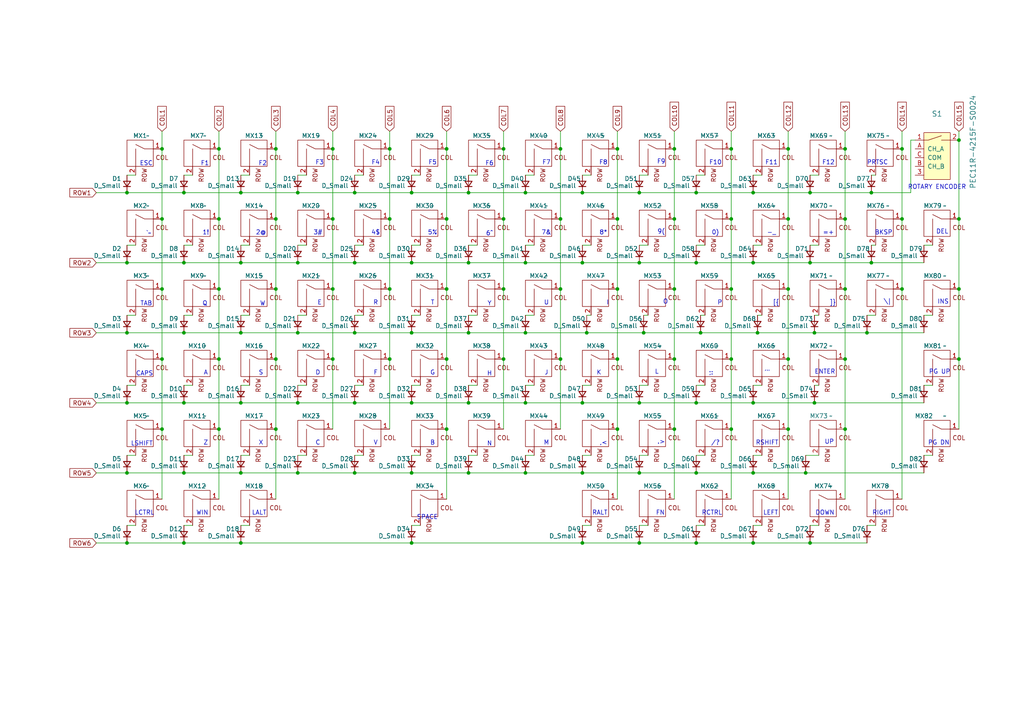
<source format=kicad_sch>
(kicad_sch (version 20231120) (generator "eeschema") (generator_version "8.0")
  (paper "A4")
  (junction (at 218.44 157.48))
  (junction (at 236.22 96.52))
  (junction (at 119.38 96.52))
  (junction (at 228.6 63.5))
  (junction (at 185.42 76.2))
  (junction (at 278.13 63.5))
  (junction (at 179.07 124.46))
  (junction (at 278.13 104.14))
  (junction (at 53.34 55.88))
  (junction (at 278.13 83.82))
  (junction (at 46.99 104.14))
  (junction (at 36.83 137.16))
  (junction (at 86.36 137.16))
  (junction (at 135.89 96.52))
  (junction (at 69.85 96.52))
  (junction (at 179.07 83.82))
  (junction (at 146.05 83.82))
  (junction (at 53.34 137.16))
  (junction (at 129.54 83.82))
  (junction (at 96.52 104.14))
  (junction (at 261.62 63.5))
  (junction (at 234.95 55.88))
  (junction (at 36.83 157.48))
  (junction (at 135.89 116.84))
  (junction (at 185.42 157.48))
  (junction (at 168.91 157.48))
  (junction (at 236.22 116.84))
  (junction (at 245.11 43.18))
  (junction (at 212.09 83.82))
  (junction (at 119.38 157.48))
  (junction (at 129.54 104.14))
  (junction (at 146.05 43.18))
  (junction (at 36.83 96.52))
  (junction (at 86.36 55.88))
  (junction (at 102.87 55.88))
  (junction (at 63.5 83.82))
  (junction (at 119.38 76.2))
  (junction (at 102.87 96.52))
  (junction (at 152.4 55.88))
  (junction (at 170.18 96.52))
  (junction (at 96.52 83.82))
  (junction (at 36.83 76.2))
  (junction (at 69.85 157.48))
  (junction (at 162.56 63.5))
  (junction (at 234.95 76.2))
  (junction (at 245.11 83.82))
  (junction (at 185.42 55.88))
  (junction (at 53.34 157.48))
  (junction (at 228.6 43.18))
  (junction (at 201.93 55.88))
  (junction (at 252.73 76.2))
  (junction (at 113.03 83.82))
  (junction (at 46.99 63.5))
  (junction (at 80.01 104.14))
  (junction (at 152.4 116.84))
  (junction (at 201.93 116.84))
  (junction (at 179.07 63.5))
  (junction (at 113.03 63.5))
  (junction (at 129.54 63.5))
  (junction (at 146.05 104.14))
  (junction (at 129.54 124.46))
  (junction (at 119.38 116.84))
  (junction (at 36.83 116.84))
  (junction (at 69.85 55.88))
  (junction (at 185.42 116.84))
  (junction (at 218.44 137.16))
  (junction (at 168.91 55.88))
  (junction (at 36.83 55.88))
  (junction (at 251.46 96.52))
  (junction (at 46.99 43.18))
  (junction (at 119.38 55.88))
  (junction (at 203.2 96.52))
  (junction (at 63.5 63.5))
  (junction (at 86.36 116.84))
  (junction (at 228.6 83.82))
  (junction (at 113.03 43.18))
  (junction (at 218.44 116.84))
  (junction (at 53.34 116.84))
  (junction (at 195.58 63.5))
  (junction (at 212.09 43.18))
  (junction (at 245.11 63.5))
  (junction (at 245.11 104.14))
  (junction (at 96.52 63.5))
  (junction (at 185.42 137.16))
  (junction (at 129.54 43.18))
  (junction (at 135.89 55.88))
  (junction (at 63.5 124.46))
  (junction (at 69.85 76.2))
  (junction (at 96.52 43.18))
  (junction (at 218.44 55.88))
  (junction (at 146.05 63.5))
  (junction (at 201.93 157.48))
  (junction (at 69.85 137.16))
  (junction (at 179.07 43.18))
  (junction (at 135.89 76.2))
  (junction (at 168.91 137.16))
  (junction (at 119.38 137.16))
  (junction (at 245.11 124.46))
  (junction (at 46.99 83.82))
  (junction (at 80.01 63.5))
  (junction (at 63.5 43.18))
  (junction (at 233.68 137.16))
  (junction (at 212.09 124.46))
  (junction (at 234.95 157.48))
  (junction (at 53.34 96.52))
  (junction (at 69.85 116.84))
  (junction (at 80.01 83.82))
  (junction (at 80.01 124.46))
  (junction (at 261.62 43.18))
  (junction (at 195.58 43.18))
  (junction (at 135.89 137.16))
  (junction (at 102.87 116.84))
  (junction (at 80.01 43.18))
  (junction (at 152.4 137.16))
  (junction (at 278.13 40.64))
  (junction (at 186.69 96.52))
  (junction (at 113.03 104.14))
  (junction (at 168.91 116.84))
  (junction (at 228.6 104.14))
  (junction (at 168.91 76.2))
  (junction (at 102.87 137.16))
  (junction (at 102.87 76.2))
  (junction (at 218.44 76.2))
  (junction (at 86.36 96.52))
  (junction (at 195.58 104.14))
  (junction (at 195.58 83.82))
  (junction (at 252.73 55.88))
  (junction (at 212.09 63.5))
  (junction (at 53.34 76.2))
  (junction (at 152.4 96.52))
  (junction (at 201.93 137.16))
  (junction (at 152.4 76.2))
  (junction (at 162.56 83.82))
  (junction (at 162.56 104.14))
  (junction (at 63.5 104.14))
  (junction (at 179.07 104.14))
  (junction (at 201.93 76.2))
  (junction (at 195.58 124.46))
  (junction (at 219.71 96.52))
  (junction (at 86.36 76.2))
  (junction (at 261.62 83.82))
  (junction (at 162.56 43.18))
  (junction (at 212.09 104.14))
  (junction (at 46.99 124.46))
  (junction (at 228.6 124.46))
  (wire (pts (xy 278.13 38.1) (xy 278.13 40.64)))
  (wire (pts (xy 152.4 55.88) (xy 168.91 55.88)))
  (wire (pts (xy 146.05 38.1) (xy 146.05 43.18)))
  (wire (pts (xy 69.85 157.48) (xy 119.38 157.48)))
  (wire (pts (xy 96.52 63.5) (xy 96.52 83.82)))
  (wire (pts (xy 195.58 83.82) (xy 195.58 104.14)))
  (wire (pts (xy 261.62 63.5) (xy 261.62 83.82)))
  (wire (pts (xy 27.94 55.88) (xy 36.83 55.88)))
  (wire (pts (xy 179.07 104.14) (xy 179.07 124.46)))
  (wire (pts (xy 212.09 124.46) (xy 212.09 144.78)))
  (wire (pts (xy 102.87 111.76) (xy 105.41 111.76)))
  (wire (pts (xy 69.85 116.84) (xy 86.36 116.84)))
  (wire (pts (xy 234.95 50.8) (xy 237.49 50.8)))
  (wire (pts (xy 36.83 137.16) (xy 53.34 137.16)))
  (wire (pts (xy 278.13 104.14) (xy 278.13 124.46)))
  (wire (pts (xy 113.03 43.18) (xy 113.03 63.5)))
  (wire (pts (xy 201.93 76.2) (xy 218.44 76.2)))
  (wire (pts (xy 102.87 132.08) (xy 105.41 132.08)))
  (wire (pts (xy 135.89 55.88) (xy 152.4 55.88)))
  (wire (pts (xy 203.2 96.52) (xy 219.71 96.52)))
  (wire (pts (xy 129.54 83.82) (xy 129.54 104.14)))
  (wire (pts (xy 267.97 91.44) (xy 270.51 91.44)))
  (wire (pts (xy 236.22 111.76) (xy 237.49 111.76)))
  (wire (pts (xy 252.73 76.2) (xy 267.97 76.2)))
  (wire (pts (xy 86.36 91.44) (xy 88.9 91.44)))
  (wire (pts (xy 96.52 43.18) (xy 96.52 63.5)))
  (wire (pts (xy 27.94 96.52) (xy 36.83 96.52)))
  (wire (pts (xy 152.4 111.76) (xy 154.94 111.76)))
  (wire (pts (xy 36.83 152.4) (xy 39.37 152.4)))
  (wire (pts (xy 80.01 124.46) (xy 80.01 144.78)))
  (wire (pts (xy 36.83 55.88) (xy 53.34 55.88)))
  (wire (pts (xy 69.85 91.44) (xy 72.39 91.44)))
  (wire (pts (xy 129.54 104.14) (xy 129.54 124.46)))
  (wire (pts (xy 168.91 71.12) (xy 171.45 71.12)))
  (wire (pts (xy 185.42 157.48) (xy 201.93 157.48)))
  (wire (pts (xy 119.38 96.52) (xy 135.89 96.52)))
  (wire (pts (xy 80.01 38.1) (xy 80.01 43.18)))
  (wire (pts (xy 146.05 83.82) (xy 146.05 104.14)))
  (wire (pts (xy 195.58 104.14) (xy 195.58 124.46)))
  (wire (pts (xy 162.56 104.14) (xy 162.56 124.46)))
  (wire (pts (xy 201.93 50.8) (xy 204.47 50.8)))
  (wire (pts (xy 261.62 83.82) (xy 261.62 144.78)))
  (wire (pts (xy 80.01 43.18) (xy 80.01 63.5)))
  (wire (pts (xy 63.5 83.82) (xy 63.5 104.14)))
  (wire (pts (xy 86.36 55.88) (xy 102.87 55.88)))
  (wire (pts (xy 233.68 132.08) (xy 237.49 132.08)))
  (wire (pts (xy 212.09 83.82) (xy 212.09 104.14)))
  (wire (pts (xy 69.85 132.08) (xy 72.39 132.08)))
  (wire (pts (xy 168.91 152.4) (xy 171.45 152.4)))
  (wire (pts (xy 80.01 83.82) (xy 80.01 104.14)))
  (wire (pts (xy 152.4 116.84) (xy 168.91 116.84)))
  (wire (pts (xy 218.44 71.12) (xy 220.98 71.12)))
  (wire (pts (xy 119.38 111.76) (xy 121.92 111.76)))
  (wire (pts (xy 168.91 50.8) (xy 171.45 50.8)))
  (wire (pts (xy 219.71 96.52) (xy 236.22 96.52)))
  (wire (pts (xy 69.85 96.52) (xy 86.36 96.52)))
  (wire (pts (xy 135.89 76.2) (xy 152.4 76.2)))
  (wire (pts (xy 119.38 71.12) (xy 121.92 71.12)))
  (wire (pts (xy 63.5 43.18) (xy 63.5 63.5)))
  (wire (pts (xy 245.11 63.5) (xy 245.11 83.82)))
  (wire (pts (xy 185.42 55.88) (xy 201.93 55.88)))
  (wire (pts (xy 179.07 38.1) (xy 179.07 43.18)))
  (wire (pts (xy 264.16 40.64) (xy 265.43 40.64)))
  (wire (pts (xy 27.94 157.48) (xy 36.83 157.48)))
  (wire (pts (xy 86.36 116.84) (xy 102.87 116.84)))
  (wire (pts (xy 152.4 50.8) (xy 154.94 50.8)))
  (wire (pts (xy 218.44 55.88) (xy 234.95 55.88)))
  (wire (pts (xy 135.89 91.44) (xy 138.43 91.44)))
  (wire (pts (xy 228.6 104.14) (xy 228.6 124.46)))
  (wire (pts (xy 267.97 71.12) (xy 270.51 71.12)))
  (wire (pts (xy 113.03 38.1) (xy 113.03 43.18)))
  (wire (pts (xy 113.03 63.5) (xy 113.03 83.82)))
  (wire (pts (xy 170.18 96.52) (xy 186.69 96.52)))
  (wire (pts (xy 102.87 96.52) (xy 119.38 96.52)))
  (wire (pts (xy 168.91 157.48) (xy 185.42 157.48)))
  (wire (pts (xy 168.91 137.16) (xy 185.42 137.16)))
  (wire (pts (xy 86.36 111.76) (xy 88.9 111.76)))
  (wire (pts (xy 102.87 137.16) (xy 119.38 137.16)))
  (wire (pts (xy 212.09 63.5) (xy 212.09 83.82)))
  (wire (pts (xy 113.03 83.82) (xy 113.03 104.14)))
  (wire (pts (xy 119.38 137.16) (xy 135.89 137.16)))
  (wire (pts (xy 195.58 124.46) (xy 195.58 144.78)))
  (wire (pts (xy 185.42 111.76) (xy 187.96 111.76)))
  (wire (pts (xy 234.95 55.88) (xy 252.73 55.88)))
  (wire (pts (xy 27.94 116.84) (xy 36.83 116.84)))
  (wire (pts (xy 86.36 76.2) (xy 102.87 76.2)))
  (wire (pts (xy 135.89 111.76) (xy 138.43 111.76)))
  (wire (pts (xy 278.13 63.5) (xy 278.13 83.82)))
  (wire (pts (xy 63.5 63.5) (xy 63.5 83.82)))
  (wire (pts (xy 135.89 50.8) (xy 138.43 50.8)))
  (wire (pts (xy 152.4 71.12) (xy 154.94 71.12)))
  (wire (pts (xy 102.87 50.8) (xy 105.41 50.8)))
  (wire (pts (xy 162.56 83.82) (xy 162.56 104.14)))
  (wire (pts (xy 80.01 104.14) (xy 80.01 124.46)))
  (wire (pts (xy 96.52 104.14) (xy 96.52 124.46)))
  (wire (pts (xy 63.5 38.1) (xy 63.5 43.18)))
  (wire (pts (xy 185.42 76.2) (xy 201.93 76.2)))
  (wire (pts (xy 218.44 132.08) (xy 220.98 132.08)))
  (wire (pts (xy 129.54 43.18) (xy 129.54 63.5)))
  (wire (pts (xy 234.95 71.12) (xy 237.49 71.12)))
  (wire (pts (xy 252.73 55.88) (xy 264.16 55.88)))
  (wire (pts (xy 152.4 137.16) (xy 168.91 137.16)))
  (wire (pts (xy 228.6 83.82) (xy 228.6 104.14)))
  (wire (pts (xy 69.85 111.76) (xy 72.39 111.76)))
  (wire (pts (xy 69.85 137.16) (xy 86.36 137.16)))
  (wire (pts (xy 135.89 96.52) (xy 152.4 96.52)))
  (wire (pts (xy 236.22 91.44) (xy 237.49 91.44)))
  (wire (pts (xy 53.34 116.84) (xy 69.85 116.84)))
  (wire (pts (xy 152.4 76.2) (xy 168.91 76.2)))
  (wire (pts (xy 264.16 55.88) (xy 264.16 40.64)))
  (wire (pts (xy 236.22 96.52) (xy 251.46 96.52)))
  (wire (pts (xy 69.85 50.8) (xy 72.39 50.8)))
  (wire (pts (xy 228.6 43.18) (xy 228.6 63.5)))
  (wire (pts (xy 267.97 132.08) (xy 270.51 132.08)))
  (wire (pts (xy 219.71 91.44) (xy 220.98 91.44)))
  (wire (pts (xy 135.89 137.16) (xy 152.4 137.16)))
  (wire (pts (xy 234.95 152.4) (xy 237.49 152.4)))
  (wire (pts (xy 267.97 111.76) (xy 270.51 111.76)))
  (wire (pts (xy 46.99 83.82) (xy 46.99 104.14)))
  (wire (pts (xy 179.07 43.18) (xy 179.07 63.5)))
  (wire (pts (xy 168.91 55.88) (xy 185.42 55.88)))
  (wire (pts (xy 53.34 50.8) (xy 55.88 50.8)))
  (wire (pts (xy 212.09 43.18) (xy 212.09 63.5)))
  (wire (pts (xy 46.99 43.18) (xy 46.99 63.5)))
  (wire (pts (xy 69.85 152.4) (xy 72.39 152.4)))
  (wire (pts (xy 102.87 91.44) (xy 105.41 91.44)))
  (wire (pts (xy 168.91 132.08) (xy 171.45 132.08)))
  (wire (pts (xy 129.54 63.5) (xy 129.54 83.82)))
  (wire (pts (xy 119.38 157.48) (xy 168.91 157.48)))
  (wire (pts (xy 168.91 116.84) (xy 185.42 116.84)))
  (wire (pts (xy 278.13 83.82) (xy 278.13 104.14)))
  (wire (pts (xy 36.83 132.08) (xy 39.37 132.08)))
  (wire (pts (xy 245.11 43.18) (xy 245.11 63.5)))
  (wire (pts (xy 185.42 152.4) (xy 187.96 152.4)))
  (wire (pts (xy 119.38 76.2) (xy 135.89 76.2)))
  (wire (pts (xy 119.38 91.44) (xy 121.92 91.44)))
  (wire (pts (xy 36.83 50.8) (xy 39.37 50.8)))
  (wire (pts (xy 135.89 71.12) (xy 138.43 71.12)))
  (wire (pts (xy 201.93 132.08) (xy 204.47 132.08)))
  (wire (pts (xy 201.93 71.12) (xy 204.47 71.12)))
  (wire (pts (xy 201.93 137.16) (xy 218.44 137.16)))
  (wire (pts (xy 53.34 137.16) (xy 69.85 137.16)))
  (wire (pts (xy 170.18 91.44) (xy 171.45 91.44)))
  (wire (pts (xy 185.42 50.8) (xy 187.96 50.8)))
  (wire (pts (xy 119.38 55.88) (xy 135.89 55.88)))
  (wire (pts (xy 203.2 91.44) (xy 204.47 91.44)))
  (wire (pts (xy 36.83 157.48) (xy 53.34 157.48)))
  (wire (pts (xy 102.87 116.84) (xy 119.38 116.84)))
  (wire (pts (xy 36.83 116.84) (xy 53.34 116.84)))
  (wire (pts (xy 129.54 38.1) (xy 129.54 43.18)))
  (wire (pts (xy 46.99 124.46) (xy 46.99 144.78)))
  (wire (pts (xy 146.05 63.5) (xy 146.05 83.82)))
  (wire (pts (xy 53.34 157.48) (xy 69.85 157.48)))
  (wire (pts (xy 27.94 76.2) (xy 36.83 76.2)))
  (wire (pts (xy 86.36 71.12) (xy 88.9 71.12)))
  (wire (pts (xy 218.44 111.76) (xy 220.98 111.76)))
  (wire (pts (xy 119.38 50.8) (xy 121.92 50.8)))
  (wire (pts (xy 261.62 38.1) (xy 261.62 43.18)))
  (wire (pts (xy 146.05 43.18) (xy 146.05 63.5)))
  (wire (pts (xy 162.56 38.1) (xy 162.56 43.18)))
  (wire (pts (xy 185.42 132.08) (xy 187.96 132.08)))
  (wire (pts (xy 162.56 63.5) (xy 162.56 83.82)))
  (wire (pts (xy 228.6 124.46) (xy 228.6 144.78)))
  (wire (pts (xy 201.93 111.76) (xy 204.47 111.76)))
  (wire (pts (xy 168.91 111.76) (xy 171.45 111.76)))
  (wire (pts (xy 86.36 50.8) (xy 88.9 50.8)))
  (wire (pts (xy 53.34 152.4) (xy 55.88 152.4)))
  (wire (pts (xy 179.07 124.46) (xy 179.07 144.78)))
  (wire (pts (xy 212.09 104.14) (xy 212.09 124.46)))
  (wire (pts (xy 162.56 43.18) (xy 162.56 63.5)))
  (wire (pts (xy 261.62 43.18) (xy 261.62 63.5)))
  (wire (pts (xy 102.87 55.88) (xy 119.38 55.88)))
  (wire (pts (xy 228.6 63.5) (xy 228.6 83.82)))
  (wire (pts (xy 278.13 40.64) (xy 278.13 63.5)))
  (wire (pts (xy 69.85 76.2) (xy 86.36 76.2)))
  (wire (pts (xy 113.03 104.14) (xy 113.03 124.46)))
  (wire (pts (xy 53.34 91.44) (xy 55.88 91.44)))
  (wire (pts (xy 146.05 104.14) (xy 146.05 124.46)))
  (wire (pts (xy 46.99 63.5) (xy 46.99 83.82)))
  (wire (pts (xy 152.4 96.52) (xy 170.18 96.52)))
  (wire (pts (xy 201.93 55.88) (xy 218.44 55.88)))
  (wire (pts (xy 36.83 71.12) (xy 39.37 71.12)))
  (wire (pts (xy 252.73 71.12) (xy 254 71.12)))
  (wire (pts (xy 195.58 43.18) (xy 195.58 63.5)))
  (wire (pts (xy 129.54 124.46) (xy 129.54 144.78)))
  (wire (pts (xy 96.52 83.82) (xy 96.52 104.14)))
  (wire (pts (xy 53.34 132.08) (xy 55.88 132.08)))
  (wire (pts (xy 27.94 137.16) (xy 36.83 137.16)))
  (wire (pts (xy 185.42 137.16) (xy 201.93 137.16)))
  (wire (pts (xy 46.99 38.1) (xy 46.99 43.18)))
  (wire (pts (xy 36.83 111.76) (xy 39.37 111.76)))
  (wire (pts (xy 86.36 137.16) (xy 102.87 137.16)))
  (wire (pts (xy 63.5 104.14) (xy 63.5 124.46)))
  (wire (pts (xy 53.34 111.76) (xy 55.88 111.76)))
  (wire (pts (xy 218.44 116.84) (xy 236.22 116.84)))
  (wire (pts (xy 234.95 76.2) (xy 252.73 76.2)))
  (wire (pts (xy 218.44 50.8) (xy 220.98 50.8)))
  (wire (pts (xy 179.07 63.5) (xy 179.07 83.82)))
  (wire (pts (xy 36.83 96.52) (xy 53.34 96.52)))
  (wire (pts (xy 245.11 104.14) (xy 245.11 124.46)))
  (wire (pts (xy 251.46 152.4) (xy 254 152.4)))
  (wire (pts (xy 245.11 38.1) (xy 245.11 43.18)))
  (wire (pts (xy 195.58 38.1) (xy 195.58 43.18)))
  (wire (pts (xy 53.34 76.2) (xy 69.85 76.2)))
  (wire (pts (xy 218.44 76.2) (xy 234.95 76.2)))
  (wire (pts (xy 152.4 132.08) (xy 154.94 132.08)))
  (wire (pts (xy 245.11 124.46) (xy 245.11 144.78)))
  (wire (pts (xy 86.36 132.08) (xy 88.9 132.08)))
  (wire (pts (xy 185.42 116.84) (xy 201.93 116.84)))
  (wire (pts (xy 186.69 91.44) (xy 187.96 91.44)))
  (wire (pts (xy 53.34 71.12) (xy 55.88 71.12)))
  (wire (pts (xy 168.91 76.2) (xy 185.42 76.2)))
  (wire (pts (xy 201.93 116.84) (xy 218.44 116.84)))
  (wire (pts (xy 179.07 83.82) (xy 179.07 104.14)))
  (wire (pts (xy 218.44 152.4) (xy 220.98 152.4)))
  (wire (pts (xy 152.4 91.44) (xy 154.94 91.44)))
  (wire (pts (xy 252.73 50.8) (xy 254 50.8)))
  (wire (pts (xy 195.58 63.5) (xy 195.58 83.82)))
  (wire (pts (xy 233.68 137.16) (xy 267.97 137.16)))
  (wire (pts (xy 251.46 96.52) (xy 267.97 96.52)))
  (wire (pts (xy 201.93 157.48) (xy 218.44 157.48)))
  (wire (pts (xy 234.95 157.48) (xy 251.46 157.48)))
  (wire (pts (xy 218.44 137.16) (xy 233.68 137.16)))
  (wire (pts (xy 135.89 132.08) (xy 138.43 132.08)))
  (wire (pts (xy 69.85 55.88) (xy 86.36 55.88)))
  (wire (pts (xy 102.87 71.12) (xy 105.41 71.12)))
  (wire (pts (xy 36.83 76.2) (xy 53.34 76.2)))
  (wire (pts (xy 212.09 38.1) (xy 212.09 43.18)))
  (wire (pts (xy 119.38 132.08) (xy 121.92 132.08)))
  (wire (pts (xy 86.36 96.52) (xy 102.87 96.52)))
  (wire (pts (xy 185.42 71.12) (xy 187.96 71.12)))
  (wire (pts (xy 96.52 38.1) (xy 96.52 43.18)))
  (wire (pts (xy 36.83 91.44) (xy 39.37 91.44)))
  (wire (pts (xy 186.69 96.52) (xy 203.2 96.52)))
  (wire (pts (xy 201.93 152.4) (xy 204.47 152.4)))
  (wire (pts (xy 135.89 116.84) (xy 152.4 116.84)))
  (wire (pts (xy 69.85 71.12) (xy 72.39 71.12)))
  (wire (pts (xy 46.99 104.14) (xy 46.99 124.46)))
  (wire (pts (xy 251.46 91.44) (xy 254 91.44)))
  (wire (pts (xy 245.11 83.82) (xy 245.11 104.14)))
  (wire (pts (xy 218.44 157.48) (xy 234.95 157.48)))
  (wire (pts (xy 102.87 76.2) (xy 119.38 76.2)))
  (wire (pts (xy 53.34 96.52) (xy 69.85 96.52)))
  (wire (pts (xy 53.34 55.88) (xy 69.85 55.88)))
  (wire (pts (xy 236.22 116.84) (xy 267.97 116.84)))
  (wire (pts (xy 119.38 152.4) (xy 121.92 152.4)))
  (wire (pts (xy 80.01 63.5) (xy 80.01 83.82)))
  (wire (pts (xy 228.6 38.1) (xy 228.6 43.18)))
  (wire (pts (xy 119.38 116.84) (xy 135.89 116.84)))
  (wire (pts (xy 63.5 124.46) (xy 63.5 144.78)))
  (text "F3" (at 92.71 47.244 0) (effects (font (size 1.27 1.27))))
  (text "O" (at 193.04 87.63 0) (effects (font (size 1.27 1.27))))
  (text "B" (at 125.476 128.524 0) (effects (font (size 1.27 1.27))))
  (text "8*" (at 175.006 67.564 0) (effects (font (size 1.27 1.27))))
  (text "F8" (at 175.006 47.244 0) (effects (font (size 1.27 1.27))))
  (text "RCTRL" (at 206.502 148.844 0) (effects (font (size 1.27 1.27))))
  (text "P" (at 208.788 87.884 0) (effects (font (size 1.27 1.27))))
  (text "F12\n" (at 240.284 47.244 0) (effects (font (size 1.27 1.27))))
  (text "F11" (at 223.774 47.244 0) (effects (font (size 1.27 1.27))))
  (text "4$" (at 108.966 67.564 0) (effects (font (size 1.27 1.27))))
  (text "PG DN" (at 272.288 128.524 0) (effects (font (size 1.27 1.27))))
  (text "RALT" (at 173.99 148.844 0) (effects (font (size 1.27 1.27))))
  (text "F" (at 108.966 108.204 0) (effects (font (size 1.27 1.27))))
  (text "M" (at 158.496 128.524 0) (effects (font (size 1.27 1.27))))
  (text "C" (at 92.202 128.524 0) (effects (font (size 1.27 1.27))))
  (text "SPACE" (at 123.952 150.114 0) (effects (font (size 1.27 1.27))))
  (text "H" (at 141.986 108.458 0) (effects (font (size 1.27 1.27))))
  (text "-_" (at 223.774 67.564 0) (effects (font (size 1.27 1.27))))
  (text "'\"" (at 222.504 108.204 0) (effects (font (size 1.27 1.27))))
  (text "\\|" (at 257.556 87.63 0) (effects (font (size 1.27 1.27))))
  (text "R\n" (at 108.966 87.884 0) (effects (font (size 1.27 1.27))))
  (text "FN" (at 191.516 148.844 0) (effects (font (size 1.27 1.27))))
  (text "G" (at 125.476 108.204 0) (effects (font (size 1.27 1.27))))
  (text "RSHIFT" (at 222.504 128.524 0) (effects (font (size 1.27 1.27))))
  (text "ROTARY ENCODER\n" (at 271.78 54.356 0) (effects (font (size 1.27 1.27))))
  (text "UP" (at 240.538 128.27 0) (effects (font (size 1.27 1.27))))
  (text "LSHIFT" (at 41.148 128.778 0) (effects (font (size 1.27 1.27))))
  (text "7&" (at 158.496 67.564 0) (effects (font (size 1.27 1.27))))
  (text ".>\n" (at 191.77 128.27 0) (effects (font (size 1.27 1.27))))
  (text "CAPS" (at 41.91 108.458 0) (effects (font (size 1.27 1.27))))
  (text "3#" (at 92.202 67.564 0) (effects (font (size 1.27 1.27))))
  (text "5%" (at 125.476 67.564 0) (effects (font (size 1.27 1.27))))
  (text "T" (at 125.476 87.884 0) (effects (font (size 1.27 1.27))))
  (text "9(" (at 191.77 67.31 0) (effects (font (size 1.27 1.27))))
  (text "2@" (at 75.692 67.564 0) (effects (font (size 1.27 1.27))))
  (text "F9" (at 191.77 46.99 0) (effects (font (size 1.27 1.27))))
  (text "[{" (at 225.044 87.884 0) (effects (font (size 1.27 1.27))))
  (text "F4" (at 108.966 47.244 0) (effects (font (size 1.27 1.27))))
  (text "/?\n" (at 207.518 128.524 0) (effects (font (size 1.27 1.27))))
  (text "WIN" (at 58.674 148.844 0) (effects (font (size 1.27 1.27))))
  (text "0)" (at 207.518 67.564 0) (effects (font (size 1.27 1.27))))
  (text "F5\n" (at 125.476 47.244 0) (effects (font (size 1.27 1.27))))
  (text "Y" (at 141.986 88.138 0) (effects (font (size 1.27 1.27))))
  (text "A" (at 59.69 108.204 0) (effects (font (size 1.27 1.27))))
  (text "ESC\n" (at 42.418 47.498 0) (effects (font (size 1.27 1.27))))
  (text ",<" (at 175.006 128.524 0) (effects (font (size 1.27 1.27))))
  (text "D" (at 92.202 108.204 0) (effects (font (size 1.27 1.27))))
  (text "X" (at 75.692 128.524 0) (effects (font (size 1.27 1.27))))
  (text "=+" (at 240.284 67.564 0) (effects (font (size 1.27 1.27))))
  (text "S" (at 75.692 108.204 0) (effects (font (size 1.27 1.27))))
  (text "PRTSC\n" (at 254.508 47.244 0) (effects (font (size 1.27 1.27))))
  (text "BKSP" (at 256.286 67.564 0) (effects (font (size 1.27 1.27))))
  (text "J" (at 158.496 108.204 0) (effects (font (size 1.27 1.27))))
  (text "RIGHT" (at 255.778 148.844 0) (effects (font (size 1.27 1.27))))
  (text "LCTRL\n" (at 41.91 148.844 0) (effects (font (size 1.27 1.27))))
  (text "LALT" (at 75.184 148.844 0) (effects (font (size 1.27 1.27))))
  (text "INS" (at 273.558 87.63 0) (effects (font (size 1.27 1.27))))
  (text "F2" (at 76.2 47.498 0) (effects (font (size 1.27 1.27))))
  (text "F10" (at 207.518 47.244 0) (effects (font (size 1.27 1.27))))
  (text "6^" (at 141.986 67.818 0) (effects (font (size 1.27 1.27))))
  (text "TAB" (at 42.418 88.138 0) (effects (font (size 1.27 1.27))))
  (text "F1" (at 59.436 47.498 0) (effects (font (size 1.27 1.27))))
  (text "N" (at 141.986 128.778 0) (effects (font (size 1.27 1.27))))
  (text "1!" (at 59.69 67.564 0) (effects (font (size 1.27 1.27))))
  (text "PG UP" (at 272.542 107.95 0) (effects (font (size 1.27 1.27))))
  (text "`~" (at 43.18 67.818 0) (effects (font (size 1.27 1.27))))
  (text "K" (at 173.736 108.204 0) (effects (font (size 1.27 1.27))))
  (text "E" (at 92.71 87.884 0) (effects (font (size 1.27 1.27))))
  (text "I" (at 176.276 87.884 0) (effects (font (size 1.27 1.27))))
  (text "F7" (at 158.496 47.244 0) (effects (font (size 1.27 1.27))))
  (text "]}" (at 241.554 87.884 0) (effects (font (size 1.27 1.27))))
  (text "W" (at 76.2 88.138 0) (effects (font (size 1.27 1.27))))
  (text "LEFT" (at 223.52 148.844 0) (effects (font (size 1.27 1.27))))
  (text "F6\n" (at 141.986 47.498 0) (effects (font (size 1.27 1.27))))
  (text "DOWN" (at 239.268 148.844 0) (effects (font (size 1.27 1.27))))
  (text "U" (at 158.496 87.884 0) (effects (font (size 1.27 1.27))))
  (text "L" (at 190.5 107.95 0) (effects (font (size 1.27 1.27))))
  (text "V" (at 108.966 128.524 0) (effects (font (size 1.27 1.27))))
  (text "DEL" (at 273.304 67.31 0) (effects (font (size 1.27 1.27))))
  (text ";:" (at 206.248 108.204 0) (effects (font (size 1.27 1.27))))
  (text "ENTER" (at 239.268 107.95 0) (effects (font (size 1.27 1.27))))
  (text "Z" (at 59.69 128.524 0) (effects (font (size 1.27 1.27))))
  (text "Q" (at 59.436 88.138 0) (effects (font (size 1.27 1.27))))
  (global_label "COL14" (shape input) (at 261.62 38.1 90) (property "Intersheetrefs" "${INTERSHEET_REFS}" (effects (hide yes))))
  (global_label "COL7" (shape input) (at 146.05 38.1 90) (property "Intersheetrefs" "${INTERSHEET_REFS}" (effects (hide yes))))
  (global_label "COL15" (shape input) (at 278.13 38.1 90) (property "Intersheetrefs" "${INTERSHEET_REFS}" (effects (hide yes))))
  (global_label "COL2" (shape input) (at 63.5 38.1 90) (property "Intersheetrefs" "${INTERSHEET_REFS}" (effects (hide yes))))
  (global_label "COL5" (shape input) (at 113.03 38.1 90) (property "Intersheetrefs" "${INTERSHEET_REFS}" (effects (hide yes))))
  (global_label "COL1" (shape input) (at 46.99 38.1 90) (property "Intersheetrefs" "${INTERSHEET_REFS}" (effects (hide yes))))
  (global_label "COL3" (shape input) (at 80.01 38.1 90) (property "Intersheetrefs" "${INTERSHEET_REFS}" (effects (hide yes))))
  (global_label "ROW1" (shape input) (at 27.94 55.88 180) (property "Intersheetrefs" "${INTERSHEET_REFS}" (effects (hide yes))))
  (global_label "COL8" (shape input) (at 162.56 38.1 90) (property "Intersheetrefs" "${INTERSHEET_REFS}" (effects (hide yes))))
  (global_label "COL11" (shape input) (at 212.09 38.1 90) (property "Intersheetrefs" "${INTERSHEET_REFS}" (effects (hide yes))))
  (global_label "ROW2" (shape input) (at 27.94 76.2 180) (property "Intersheetrefs" "${INTERSHEET_REFS}" (effects (hide yes))))
  (global_label "COL13" (shape input) (at 245.11 38.1 90) (property "Intersheetrefs" "${INTERSHEET_REFS}" (effects (hide yes))))
  (global_label "ROW5" (shape input) (at 27.94 137.16 180) (property "Intersheetrefs" "${INTERSHEET_REFS}" (effects (hide yes))))
  (global_label "COL9" (shape input) (at 179.07 38.1 90) (property "Intersheetrefs" "${INTERSHEET_REFS}" (effects (hide yes))))
  (global_label "COL12" (shape input) (at 228.6 38.1 90) (property "Intersheetrefs" "${INTERSHEET_REFS}" (effects (hide yes))))
  (global_label "COL4" (shape input) (at 96.52 38.1 90) (property "Intersheetrefs" "${INTERSHEET_REFS}" (effects (hide yes))))
  (global_label "COL10" (shape input) (at 195.58 38.1 90) (property "Intersheetrefs" "${INTERSHEET_REFS}" (effects (hide yes))))
  (global_label "ROW3" (shape input) (at 27.94 96.52 180) (property "Intersheetrefs" "${INTERSHEET_REFS}" (effects (hide yes))))
  (global_label "COL6" (shape input) (at 129.54 38.1 90) (property "Intersheetrefs" "${INTERSHEET_REFS}" (effects (hide yes))))
  (global_label "ROW4" (shape input) (at 27.94 116.84 180) (property "Intersheetrefs" "${INTERSHEET_REFS}" (effects (hide yes))))
  (global_label "ROW6" (shape input) (at 27.94 157.48 180) (property "Intersheetrefs" "${INTERSHEET_REFS}" (effects (hide yes))))
  (symbol (lib_id "Device:D_Small") (at 36.83 73.66 90) (unit 1)
    (property "Reference" "D2" (at 32.512 72.136 90) (effects (justify right)))
    (property "Value" "D_Small" (at 27.178 74.168 90) (effects (justify right)))
    (property "Footprint" "Diode_SMD:D_SOD-123" (effects (hide yes)))
    (property "Description" "Diode, small symbol" (effects (hide yes)))
    (property "Sim.Device" "D" (effects (hide yes)))
    (property "Sim.Pins" "1=K 2=A" (effects (hide yes)))
  )
  (symbol (lib_id "Keyboard:MX_Switch") (at 238.76 105.41 0) (unit 1)
    (property "Reference" "MX72" (at 237.49 100.33 0))
    (property "Value" "~" (at 240.9927 100.33 0))
    (property "Footprint" "Kailh_PG1353_Solderable:Kailh-PG1353-Solderable-2.25U" (effects (hide yes)))
  )
  (symbol (lib_id "Device:D_Small") (at 119.38 73.66 90) (unit 1)
    (property "Reference" "D30" (at 115.062 72.136 90) (effects (justify right)))
    (property "Value" "D_Small" (at 109.728 74.168 90) (effects (justify right)))
    (property "Footprint" "Diode_SMD:D_SOD-123" (effects (hide yes)))
    (property "Description" "Diode, small symbol" (effects (hide yes)))
    (property "Sim.Device" "D" (effects (hide yes)))
    (property "Sim.Pins" "1=K 2=A" (effects (hide yes)))
  )
  (symbol (lib_id "Device:D_Small") (at 168.91 73.66 90) (unit 1)
    (property "Reference" "D46" (at 164.592 72.136 90) (effects (justify right)))
    (property "Value" "D_Small" (at 159.258 74.168 90) (effects (justify right)))
    (property "Footprint" "Diode_SMD:D_SOD-123" (effects (hide yes)))
    (property "Description" "Diode, small symbol" (effects (hide yes)))
    (property "Sim.Device" "D" (effects (hide yes)))
    (property "Sim.Pins" "1=K 2=A" (effects (hide yes)))
  )
  (symbol (lib_id "Keyboard:MX_Switch") (at 90.17 105.41 0) (unit 1)
    (property "Reference" "MX22" (at 90.17 100.33 0))
    (property "Value" "~" (at 92.4027 100.33 0))
    (property "Footprint" "Kailh_PG1353_Solderable:Kailh-PG1353-Solderable-1U" (effects (hide yes)))
  )
  (symbol (lib_id "Keyboard:MX_Switch") (at 172.72 64.77 0) (unit 1)
    (property "Reference" "MX46" (at 172.72 59.69 0))
    (property "Value" "~" (at 174.9527 59.69 0))
    (property "Footprint" "Kailh_PG1353_Solderable:Kailh-PG1353-Solderable-1U" (effects (hide yes)))
  )
  (symbol (lib_id "Device:D_Small") (at 53.34 53.34 90) (unit 1)
    (property "Reference" "D7" (at 49.022 51.816 90) (effects (justify right)))
    (property "Value" "D_Small" (at 43.688 53.848 90) (effects (justify right)))
    (property "Footprint" "Diode_SMD:D_SOD-123" (effects (hide yes)))
    (property "Description" "Diode, small symbol" (effects (hide yes)))
    (property "Sim.Device" "D" (effects (hide yes)))
    (property "Sim.Pins" "1=K 2=A" (effects (hide yes)))
  )
  (symbol (lib_id "Device:D_Small") (at 203.2 93.98 90) (unit 1)
    (property "Reference" "D62" (at 198.882 92.456 90) (effects (justify right)))
    (property "Value" "D_Small" (at 193.548 94.488 90) (effects (justify right)))
    (property "Footprint" "Diode_SMD:D_SOD-123" (effects (hide yes)))
    (property "Description" "Diode, small symbol" (effects (hide yes)))
    (property "Sim.Device" "D" (effects (hide yes)))
    (property "Sim.Pins" "1=K 2=A" (effects (hide yes)))
  )
  (symbol (lib_id "Device:D_Small") (at 53.34 154.94 90) (unit 1)
    (property "Reference" "D12" (at 49.022 153.416 90) (effects (justify right)))
    (property "Value" "D_Small" (at 43.688 155.448 90) (effects (justify right)))
    (property "Footprint" "Diode_SMD:D_SOD-123" (effects (hide yes)))
    (property "Description" "Diode, small symbol" (effects (hide yes)))
    (property "Sim.Device" "D" (effects (hide yes)))
    (property "Sim.Pins" "1=K 2=A" (effects (hide yes)))
  )
  (symbol (lib_id "Keyboard:MX_Switch") (at 139.7 125.73 0) (unit 1)
    (property "Reference" "MX39" (at 139.7 120.65 0))
    (property "Value" "~" (at 141.9327 120.65 0))
    (property "Footprint" "Kailh_PG1353_Solderable:Kailh-PG1353-Solderable-1U" (effects (hide yes)))
  )
  (symbol (lib_id "Device:D_Small") (at 102.87 93.98 90) (unit 1)
    (property "Reference" "D26" (at 98.552 92.456 90) (effects (justify right)))
    (property "Value" "D_Small" (at 93.218 94.488 90) (effects (justify right)))
    (property "Footprint" "Diode_SMD:D_SOD-123" (effects (hide yes)))
    (property "Description" "Diode, small symbol" (effects (hide yes)))
    (property "Sim.Device" "D" (effects (hide yes)))
    (property "Sim.Pins" "1=K 2=A" (effects (hide yes)))
  )
  (symbol (lib_id "Keyboard:MX_Switch") (at 172.72 105.41 0) (unit 1)
    (property "Reference" "MX48" (at 172.72 100.33 0))
    (property "Value" "~" (at 174.9527 100.33 0))
    (property "Footprint" "Kailh_PG1353_Solderable:Kailh-PG1353-Solderable-1U" (effects (hide yes)))
  )
  (symbol (lib_id "Device:D_Small") (at 69.85 53.34 90) (unit 1)
    (property "Reference" "D13" (at 65.532 51.816 90) (effects (justify right)))
    (property "Value" "D_Small" (at 60.198 53.848 90) (effects (justify right)))
    (property "Footprint" "Diode_SMD:D_SOD-123" (effects (hide yes)))
    (property "Description" "Diode, small symbol" (effects (hide yes)))
    (property "Sim.Device" "D" (effects (hide yes)))
    (property "Sim.Pins" "1=K 2=A" (effects (hide yes)))
  )
  (symbol (lib_id "Device:D_Small") (at 119.38 53.34 90) (unit 1)
    (property "Reference" "D29" (at 115.062 51.816 90) (effects (justify right)))
    (property "Value" "D_Small" (at 109.728 53.848 90) (effects (justify right)))
    (property "Footprint" "Diode_SMD:D_SOD-123" (effects (hide yes)))
    (property "Description" "Diode, small symbol" (effects (hide yes)))
    (property "Sim.Device" "D" (effects (hide yes)))
    (property "Sim.Pins" "1=K 2=A" (effects (hide yes)))
  )
  (symbol (lib_id "Device:D_Small") (at 234.95 154.94 90) (unit 1)
    (property "Reference" "D72" (at 230.632 153.416 90) (effects (justify right)))
    (property "Value" "D_Small" (at 225.298 155.448 90) (effects (justify right)))
    (property "Footprint" "Diode_SMD:D_SOD-123" (effects (hide yes)))
    (property "Description" "Diode, small symbol" (effects (hide yes)))
    (property "Sim.Device" "D" (effects (hide yes)))
    (property "Sim.Pins" "1=K 2=A" (effects (hide yes)))
  )
  (symbol (lib_id "Device:D_Small") (at 86.36 93.98 90) (unit 1)
    (property "Reference" "D21" (at 82.042 92.456 90) (effects (justify right)))
    (property "Value" "D_Small" (at 76.708 94.488 90) (effects (justify right)))
    (property "Footprint" "Diode_SMD:D_SOD-123" (effects (hide yes)))
    (property "Description" "Diode, small symbol" (effects (hide yes)))
    (property "Sim.Device" "D" (effects (hide yes)))
    (property "Sim.Pins" "1=K 2=A" (effects (hide yes)))
  )
  (symbol (lib_id "Device:D_Small") (at 53.34 73.66 90) (unit 1)
    (property "Reference" "D8" (at 49.022 72.136 90) (effects (justify right)))
    (property "Value" "D_Small" (at 43.688 74.168 90) (effects (justify right)))
    (property "Footprint" "Diode_SMD:D_SOD-123" (effects (hide yes)))
    (property "Description" "Diode, small symbol" (effects (hide yes)))
    (property "Sim.Device" "D" (effects (hide yes)))
    (property "Sim.Pins" "1=K 2=A" (effects (hide yes)))
  )
  (symbol (lib_id "Keyboard:MX_Switch") (at 222.25 85.09 0) (unit 1)
    (property "Reference" "MX65" (at 222.25 80.01 0))
    (property "Value" "~" (at 224.4827 80.01 0))
    (property "Footprint" "Kailh_PG1353_Solderable:Kailh-PG1353-Solderable-1U" (effects (hide yes)))
  )
  (symbol (lib_id "Device:D_Small") (at 86.36 53.34 90) (unit 1)
    (property "Reference" "D19" (at 82.042 51.816 90) (effects (justify right)))
    (property "Value" "D_Small" (at 76.708 53.848 90) (effects (justify right)))
    (property "Footprint" "Diode_SMD:D_SOD-123" (effects (hide yes)))
    (property "Description" "Diode, small symbol" (effects (hide yes)))
    (property "Sim.Device" "D" (effects (hide yes)))
    (property "Sim.Pins" "1=K 2=A" (effects (hide yes)))
  )
  (symbol (lib_id "Device:D_Small") (at 186.69 93.98 90) (unit 1)
    (property "Reference" "D56" (at 182.372 92.456 90) (effects (justify right)))
    (property "Value" "D_Small" (at 177.038 94.488 90) (effects (justify right)))
    (property "Footprint" "Diode_SMD:D_SOD-123" (effects (hide yes)))
    (property "Description" "Diode, small symbol" (effects (hide yes)))
    (property "Sim.Device" "D" (effects (hide yes)))
    (property "Sim.Pins" "1=K 2=A" (effects (hide yes)))
  )
  (symbol (lib_id "Device:D_Small") (at 152.4 134.62 90) (unit 1)
    (property "Reference" "D44" (at 148.082 133.096 90) (effects (justify right)))
    (property "Value" "D_Small" (at 142.748 135.128 90) (effects (justify right)))
    (property "Footprint" "Diode_SMD:D_SOD-123" (effects (hide yes)))
    (property "Description" "Diode, small symbol" (effects (hide yes)))
    (property "Sim.Device" "D" (effects (hide yes)))
    (property "Sim.Pins" "1=K 2=A" (effects (hide yes)))
  )
  (symbol (lib_id "Device:D_Small") (at 267.97 114.3 90) (unit 1)
    (property "Reference" "D81" (at 263.652 112.776 90) (effects (justify right)))
    (property "Value" "D_Small" (at 258.318 114.808 90) (effects (justify right)))
    (property "Footprint" "Diode_SMD:D_SOD-123" (effects (hide yes)))
    (property "Description" "Diode, small symbol" (effects (hide yes)))
    (property "Sim.Device" "D" (effects (hide yes)))
    (property "Sim.Pins" "1=K 2=A" (effects (hide yes)))
  )
  (symbol (lib_id "Device:D_Small") (at 53.34 93.98 90) (unit 1)
    (property "Reference" "D9" (at 49.022 92.456 90) (effects (justify right)))
    (property "Value" "D_Small" (at 43.688 94.488 90) (effects (justify right)))
    (property "Footprint" "Diode_SMD:D_SOD-123" (effects (hide yes)))
    (property "Description" "Diode, small symbol" (effects (hide yes)))
    (property "Sim.Device" "D" (effects (hide yes)))
    (property "Sim.Pins" "1=K 2=A" (effects (hide yes)))
  )
  (symbol (lib_id "Keyboard:MX_Switch") (at 73.66 64.77 0) (unit 1)
    (property "Reference" "MX14" (at 73.66 59.69 0))
    (property "Value" "~" (at 75.8927 59.69 0))
    (property "Footprint" "Kailh_PG1353_Solderable:Kailh-PG1353-Solderable-1U" (effects (hide yes)))
  )
  (symbol (lib_id "Keyboard:MX_Switch") (at 156.21 64.77 0) (unit 1)
    (property "Reference" "MX41" (at 156.21 59.69 0))
    (property "Value" "~" (at 158.4427 59.69 0))
    (property "Footprint" "Kailh_PG1353_Solderable:Kailh-PG1353-Solderable-1U" (effects (hide yes)))
  )
  (symbol (lib_id "Device:D_Small") (at 53.34 134.62 90) (unit 1)
    (property "Reference" "D11" (at 49.022 133.096 90) (effects (justify right)))
    (property "Value" "D_Small" (at 43.688 135.128 90) (effects (justify right)))
    (property "Footprint" "Diode_SMD:D_SOD-123" (effects (hide yes)))
    (property "Description" "Diode, small symbol" (effects (hide yes)))
    (property "Sim.Device" "D" (effects (hide yes)))
    (property "Sim.Pins" "1=K 2=A" (effects (hide yes)))
  )
  (symbol (lib_id "Device:D_Small") (at 152.4 73.66 90) (unit 1)
    (property "Reference" "D41" (at 148.082 72.136 90) (effects (justify right)))
    (property "Value" "D_Small" (at 142.748 74.168 90) (effects (justify right)))
    (property "Footprint" "Diode_SMD:D_SOD-123" (effects (hide yes)))
    (property "Description" "Diode, small symbol" (effects (hide yes)))
    (property "Sim.Device" "D" (effects (hide yes)))
    (property "Sim.Pins" "1=K 2=A" (effects (hide yes)))
  )
  (symbol (lib_id "Device:D_Small") (at 119.38 134.62 90) (unit 1)
    (property "Reference" "D33" (at 115.062 133.096 90) (effects (justify right)))
    (property "Value" "D_Small" (at 109.728 135.128 90) (effects (justify right)))
    (property "Footprint" "Diode_SMD:D_SOD-123" (effects (hide yes)))
    (property "Description" "Diode, small symbol" (effects (hide yes)))
    (property "Sim.Device" "D" (effects (hide yes)))
    (property "Sim.Pins" "1=K 2=A" (effects (hide yes)))
  )
  (symbol (lib_id "Keyboard:MX_Switch") (at 73.66 146.05 0) (unit 1)
    (property "Reference" "MX18" (at 73.66 140.97 0))
    (property "Value" "~" (at 75.8927 140.97 0))
    (property "Footprint" "Kailh_PG1353_Solderable:Kailh-PG1353-Solderable-1.25U" (effects (hide yes)))
  )
  (symbol (lib_id "Keyboard:MX_Switch") (at 172.72 44.45 0) (unit 1)
    (property "Reference" "MX45" (at 172.72 39.37 0))
    (property "Value" "~" (at 174.9527 39.37 0))
    (property "Footprint" "Kailh_PG1353_Solderable:Kailh-PG1353-Solderable-1U" (effects (hide yes)))
  )
  (symbol (lib_id "Device:D_Small") (at 102.87 134.62 90) (unit 1)
    (property "Reference" "D28" (at 98.552 133.096 90) (effects (justify right)))
    (property "Value" "D_Small" (at 93.218 135.128 90) (effects (justify right)))
    (property "Footprint" "Diode_SMD:D_SOD-123" (effects (hide yes)))
    (property "Description" "Diode, small symbol" (effects (hide yes)))
    (property "Sim.Device" "D" (effects (hide yes)))
    (property "Sim.Pins" "1=K 2=A" (effects (hide yes)))
  )
  (symbol (lib_id "Keyboard:MX_Switch") (at 189.23 44.45 0) (unit 1)
    (property "Reference" "MX51" (at 189.23 39.37 0))
    (property "Value" "~" (at 191.4627 39.37 0))
    (property "Footprint" "Kailh_PG1353_Solderable:Kailh-PG1353-Solderable-1U" (effects (hide yes)))
  )
  (symbol (lib_id "Keyboard:MX_Switch") (at 205.74 44.45 0) (unit 1)
    (property "Reference" "MX57" (at 205.74 39.37 0))
    (property "Value" "~" (at 207.9727 39.37 0))
    (property "Footprint" "Kailh_PG1353_Solderable:Kailh-PG1353-Solderable-1U" (effects (hide yes)))
  )
  (symbol (lib_id "Device:D_Small") (at 218.44 134.62 90) (unit 1)
    (property "Reference" "D66" (at 214.122 133.096 90) (effects (justify right)))
    (property "Value" "D_Small" (at 208.788 135.128 90) (effects (justify right)))
    (property "Footprint" "Diode_SMD:D_SOD-123" (effects (hide yes)))
    (property "Description" "Diode, small symbol" (effects (hide yes)))
    (property "Sim.Device" "D" (effects (hide yes)))
    (property "Sim.Pins" "1=K 2=A" (effects (hide yes)))
  )
  (symbol (lib_id "Device:D_Small") (at 102.87 73.66 90) (unit 1)
    (property "Reference" "D25" (at 98.552 72.136 90) (effects (justify right)))
    (property "Value" "D_Small" (at 93.218 74.168 90) (effects (justify right)))
    (property "Footprint" "Diode_SMD:D_SOD-123" (effects (hide yes)))
    (property "Description" "Diode, small symbol" (effects (hide yes)))
    (property "Sim.Device" "D" (effects (hide yes)))
    (property "Sim.Pins" "1=K 2=A" (effects (hide yes)))
  )
  (symbol (lib_id "Device:D_Small") (at 201.93 114.3 90) (unit 1)
    (property "Reference" "D59" (at 197.612 112.776 90) (effects (justify right)))
    (property "Value" "D_Small" (at 192.278 114.808 90) (effects (justify right)))
    (property "Footprint" "Diode_SMD:D_SOD-123" (effects (hide yes)))
    (property "Description" "Diode, small symbol" (effects (hide yes)))
    (property "Sim.Device" "D" (effects (hide yes)))
    (property "Sim.Pins" "1=K 2=A" (effects (hide yes)))
  )
  (symbol (lib_id "Device:D_Small") (at 86.36 73.66 90) (unit 1)
    (property "Reference" "D20" (at 82.042 72.136 90) (effects (justify right)))
    (property "Value" "D_Small" (at 76.708 74.168 90) (effects (justify right)))
    (property "Footprint" "Diode_SMD:D_SOD-123" (effects (hide yes)))
    (property "Description" "Diode, small symbol" (effects (hide yes)))
    (property "Sim.Device" "D" (effects (hide yes)))
    (property "Sim.Pins" "1=K 2=A" (effects (hide yes)))
  )
  (symbol (lib_id "Device:D_Small") (at 168.91 134.62 90) (unit 1)
    (property "Reference" "D48" (at 164.592 133.096 90) (effects (justify right)))
    (property "Value" "D_Small" (at 159.258 135.128 90) (effects (justify right)))
    (property "Footprint" "Diode_SMD:D_SOD-123" (effects (hide yes)))
    (property "Description" "Diode, small symbol" (effects (hide yes)))
    (property "Sim.Device" "D" (effects (hide yes)))
    (property "Sim.Pins" "1=K 2=A" (effects (hide yes)))
  )
  (symbol (lib_id "Keyboard:MX_Switch") (at 205.74 64.77 0) (unit 1)
    (property "Reference" "MX58" (at 205.74 59.69 0))
    (property "Value" "~" (at 207.9727 59.69 0))
    (property "Footprint" "Kailh_PG1353_Solderable:Kailh-PG1353-Solderable-1U" (effects (hide yes)))
  )
  (symbol (lib_id "Device:D_Small") (at 170.18 93.98 90) (unit 1)
    (property "Reference" "D50" (at 165.862 92.456 90) (effects (justify right)))
    (property "Value" "D_Small" (at 160.528 94.488 90) (effects (justify right)))
    (property "Footprint" "Diode_SMD:D_SOD-123" (effects (hide yes)))
    (property "Description" "Diode, small symbol" (effects (hide yes)))
    (property "Sim.Device" "D" (effects (hide yes)))
    (property "Sim.Pins" "1=K 2=A" (effects (hide yes)))
  )
  (symbol (lib_id "Keyboard:MX_Switch") (at 255.27 44.45 0) (unit 1)
    (property "Reference" "MX75" (at 254 39.37 0))
    (property "Value" "~" (at 257.5027 39.37 0))
    (property "Footprint" "Kailh_PG1353_Solderable:Kailh-PG1353-Solderable-1U" (effects (hide yes)))
  )
  (symbol (lib_id "Device:D_Small") (at 201.93 73.66 90) (unit 1)
    (property "Reference" "D58" (at 197.612 72.136 90) (effects (justify right)))
    (property "Value" "D_Small" (at 192.278 74.168 90) (effects (justify right)))
    (property "Footprint" "Diode_SMD:D_SOD-123" (effects (hide yes)))
    (property "Description" "Diode, small symbol" (effects (hide yes)))
    (property "Sim.Device" "D" (effects (hide yes)))
    (property "Sim.Pins" "1=K 2=A" (effects (hide yes)))
  )
  (symbol (lib_id "Keyboard:MX_Switch") (at 271.78 64.77 0) (unit 1)
    (property "Reference" "MX79" (at 270.51 59.69 0))
    (property "Value" "~" (at 274.0127 59.69 0))
    (property "Footprint" "Kailh_PG1353_Solderable:Kailh-PG1353-Solderable-1U" (effects (hide yes)))
  )
  (symbol (lib_id "Device:D_Small") (at 234.95 73.66 90) (unit 1)
    (property "Reference" "D71" (at 230.632 72.136 90) (effects (justify right)))
    (property "Value" "D_Small" (at 225.298 74.168 90) (effects (justify right)))
    (property "Footprint" "Diode_SMD:D_SOD-123" (effects (hide yes)))
    (property "Description" "Diode, small symbol" (effects (hide yes)))
    (property "Sim.Device" "D" (effects (hide yes)))
    (property "Sim.Pins" "1=K 2=A" (effects (hide yes)))
  )
  (symbol (lib_id "Device:D_Small") (at 135.89 93.98 90) (unit 1)
    (property "Reference" "D37" (at 131.572 92.456 90) (effects (justify right)))
    (property "Value" "D_Small" (at 126.238 94.488 90) (effects (justify right)))
    (property "Footprint" "Diode_SMD:D_SOD-123" (effects (hide yes)))
    (property "Description" "Diode, small symbol" (effects (hide yes)))
    (property "Sim.Device" "D" (effects (hide yes)))
    (property "Sim.Pins" "1=K 2=A" (effects (hide yes)))
  )
  (symbol (lib_id "Device:D_Small") (at 236.22 114.3 90) (unit 1)
    (property "Reference" "D74" (at 231.902 112.776 90) (effects (justify right)))
    (property "Value" "D_Small" (at 226.568 114.808 90) (effects (justify right)))
    (property "Footprint" "Diode_SMD:D_SOD-123" (effects (hide yes)))
    (property "Description" "Diode, small symbol" (effects (hide yes)))
    (property "Sim.Device" "D" (effects (hide yes)))
    (property "Sim.Pins" "1=K 2=A" (effects (hide yes)))
  )
  (symbol (lib_id "Device:D_Small") (at 152.4 53.34 90) (unit 1)
    (property "Reference" "D40" (at 148.082 51.816 90) (effects (justify right)))
    (property "Value" "D_Small" (at 142.748 53.848 90) (effects (justify right)))
    (property "Footprint" "Diode_SMD:D_SOD-123" (effects (hide yes)))
    (property "Description" "Diode, small symbol" (effects (hide yes)))
    (property "Sim.Device" "D" (effects (hide yes)))
    (property "Sim.Pins" "1=K 2=A" (effects (hide yes)))
  )
  (symbol (lib_id "Keyboard:MX_Switch") (at 255.27 64.77 0) (unit 1)
    (property "Reference" "MX76" (at 254 59.69 0))
    (property "Value" "~" (at 257.5027 59.69 0))
    (property "Footprint" "Kailh_PG1353_Solderable:Kailh-PG1353-Solderable-2U" (effects (hide yes)))
  )
  (symbol (lib_id "Keyboard:MX_Switch") (at 156.21 125.73 0) (unit 1)
    (property "Reference" "MX44" (at 156.21 120.65 0))
    (property "Value" "~" (at 158.4427 120.65 0))
    (property "Footprint" "Kailh_PG1353_Solderable:Kailh-PG1353-Solderable-1U" (effects (hide yes)))
  )
  (symbol (lib_id "Device:D_Small") (at 135.89 114.3 90) (unit 1)
    (property "Reference" "D38" (at 131.572 112.776 90) (effects (justify right)))
    (property "Value" "D_Small" (at 126.238 114.808 90) (effects (justify right)))
    (property "Footprint" "Diode_SMD:D_SOD-123" (effects (hide yes)))
    (property "Description" "Diode, small symbol" (effects (hide yes)))
    (property "Sim.Device" "D" (effects (hide yes)))
    (property "Sim.Pins" "1=K 2=A" (effects (hide yes)))
  )
  (symbol (lib_id "Device:D_Small") (at 102.87 114.3 90) (unit 1)
    (property "Reference" "D27" (at 98.552 112.776 90) (effects (justify right)))
    (property "Value" "D_Small" (at 93.218 114.808 90) (effects (justify right)))
    (property "Footprint" "Diode_SMD:D_SOD-123" (effects (hide yes)))
    (property "Description" "Diode, small symbol" (effects (hide yes)))
    (property "Sim.Device" "D" (effects (hide yes)))
    (property "Sim.Pins" "1=K 2=A" (effects (hide yes)))
  )
  (symbol (lib_id "Device:D_Small") (at 69.85 134.62 90) (unit 1)
    (property "Reference" "D17" (at 65.532 133.096 90) (effects (justify right)))
    (property "Value" "D_Small" (at 60.198 135.128 90) (effects (justify right)))
    (property "Footprint" "Diode_SMD:D_SOD-123" (effects (hide yes)))
    (property "Description" "Diode, small symbol" (effects (hide yes)))
    (property "Sim.Device" "D" (effects (hide yes)))
    (property "Sim.Pins" "1=K 2=A" (effects (hide yes)))
  )
  (symbol (lib_id "Device:D_Small") (at 69.85 114.3 90) (unit 1)
    (property "Reference" "D16" (at 65.532 112.776 90) (effects (justify right)))
    (property "Value" "D_Small" (at 60.198 114.808 90) (effects (justify right)))
    (property "Footprint" "Diode_SMD:D_SOD-123" (effects (hide yes)))
    (property "Description" "Diode, small symbol" (effects (hide yes)))
    (property "Sim.Device" "D" (effects (hide yes)))
    (property "Sim.Pins" "1=K 2=A" (effects (hide yes)))
  )
  (symbol (lib_id "Keyboard:MX_Switch") (at 73.66 125.73 0) (unit 1)
    (property "Reference" "MX17" (at 73.66 120.65 0))
    (property "Value" "~" (at 75.8927 120.65 0))
    (property "Footprint" "Kailh_PG1353_Solderable:Kailh-PG1353-Solderable-1U" (effects (hide yes)))
  )
  (symbol (lib_id "Device:D_Small") (at 201.93 154.94 90) (unit 1)
    (property "Reference" "D61" (at 197.612 153.416 90) (effects (justify right)))
    (property "Value" "D_Small" (at 192.278 155.448 90) (effects (justify right)))
    (property "Footprint" "Diode_SMD:D_SOD-123" (effects (hide yes)))
    (property "Description" "Diode, small symbol" (effects (hide yes)))
    (property "Sim.Device" "D" (effects (hide yes)))
    (property "Sim.Pins" "1=K 2=A" (effects (hide yes)))
  )
  (symbol (lib_id "Keyboard:MX_Switch") (at 123.19 85.09 0) (unit 1)
    (property "Reference" "MX31" (at 123.19 80.01 0))
    (property "Value" "~" (at 125.4227 80.01 0))
    (property "Footprint" "Kailh_PG1353_Solderable:Kailh-PG1353-Solderable-1U" (effects (hide yes)))
  )
  (symbol (lib_id "Device:D_Small") (at 102.87 53.34 90) (unit 1)
    (property "Reference" "D24" (at 98.552 51.816 90) (effects (justify right)))
    (property "Value" "D_Small" (at 93.218 53.848 90) (effects (justify right)))
    (property "Footprint" "Diode_SMD:D_SOD-123" (effects (hide yes)))
    (property "Description" "Diode, small symbol" (effects (hide yes)))
    (property "Sim.Device" "D" (effects (hide yes)))
    (property "Sim.Pins" "1=K 2=A" (effects (hide yes)))
  )
  (symbol (lib_id "Keyboard:MX_Switch") (at 57.15 64.77 0) (unit 1)
    (property "Reference" "MX8" (at 57.15 59.69 0))
    (property "Value" "~" (at 59.3827 59.69 0))
    (property "Footprint" "Kailh_PG1353_Solderable:Kailh-PG1353-Solderable-1U" (effects (hide yes)))
  )
  (symbol (lib_id "Keyboard:MX_Switch") (at 57.15 85.09 0) (unit 1)
    (property "Reference" "MX9" (at 57.15 80.01 0))
    (property "Value" "~" (at 59.3827 80.01 0))
    (property "Footprint" "Kailh_PG1353_Solderable:Kailh-PG1353-Solderable-1U" (effects (hide yes)))
  )
  (symbol (lib_id "Keyboard:MX_Switch") (at 172.72 125.73 0) (unit 1)
    (property "Reference" "MX49" (at 172.72 120.65 0))
    (property "Value" "~" (at 174.9527 120.65 0))
    (property "Footprint" "Kailh_PG1353_Solderable:Kailh-PG1353-Solderable-1U" (effects (hide yes)))
  )
  (symbol (lib_id "Keyboard:MX_Switch") (at 222.25 105.41 0) (unit 1)
    (property "Reference" "MX66" (at 222.25 100.33 0))
    (property "Value" "~" (at 224.4827 100.33 0))
    (property "Footprint" "Kailh_PG1353_Solderable:Kailh-PG1353-Solderable-1U" (effects (hide yes)))
  )
  (symbol (lib_id "Device:D_Small") (at 69.85 73.66 90) (unit 1)
    (property "Reference" "D14" (at 65.532 72.136 90) (effects (justify right)))
    (property "Value" "D_Small" (at 60.198 74.168 90) (effects (justify right)))
    (property "Footprint" "Diode_SMD:D_SOD-123" (effects (hide yes)))
    (property "Description" "Diode, small symbol" (effects (hide yes)))
    (property "Sim.Device" "D" (effects (hide yes)))
    (property "Sim.Pins" "1=K 2=A" (effects (hide yes)))
  )
  (symbol (lib_id "Keyboard:MX_Switch") (at 90.17 125.73 0) (unit 1)
    (property "Reference" "MX23" (at 90.17 120.65 0))
    (property "Value" "~" (at 92.4027 120.65 0))
    (property "Footprint" "Kailh_PG1353_Solderable:Kailh-PG1353-Solderable-1U" (effects (hide yes)))
  )
  (symbol (lib_id "Device:D_Small") (at 234.95 53.34 90) (unit 1)
    (property "Reference" "D70" (at 230.632 51.816 90) (effects (justify right)))
    (property "Value" "D_Small" (at 225.298 53.848 90) (effects (justify right)))
    (property "Footprint" "Diode_SMD:D_SOD-123" (effects (hide yes)))
    (property "Description" "Diode, small symbol" (effects (hide yes)))
    (property "Sim.Device" "D" (effects (hide yes)))
    (property "Sim.Pins" "1=K 2=A" (effects (hide yes)))
  )
  (symbol (lib_id "Keyboard:MX_Switch") (at 189.23 85.09 0) (unit 1)
    (property "Reference" "MX53" (at 189.23 80.01 0))
    (property "Value" "~" (at 191.4627 80.01 0))
    (property "Footprint" "Kailh_PG1353_Solderable:Kailh-PG1353-Solderable-1U" (effects (hide yes)))
  )
  (symbol (lib_id "Keyboard:MX_Switch") (at 106.68 105.41 0) (unit 1)
    (property "Reference" "MX27" (at 106.68 100.33 0))
    (property "Value" "~" (at 108.9127 100.33 0))
    (property "Footprint" "Kailh_PG1353_Solderable:Kailh-PG1353-Solderable-1U" (effects (hide yes)))
  )
  (symbol (lib_id "Keyboard:MX_Switch") (at 156.21 105.41 0) (unit 1)
    (property "Reference" "MX43" (at 156.21 100.33 0))
    (property "Value" "~" (at 158.4427 100.33 0))
    (property "Footprint" "Kailh_PG1353_Solderable:Kailh-PG1353-Solderable-1U" (effects (hide yes)))
  )
  (symbol (lib_id "Keyboard:MX_Switch") (at 57.15 125.73 0) (unit 1)
    (property "Reference" "MX11" (at 57.15 120.65 0))
    (property "Value" "~" (at 59.3827 120.65 0))
    (property "Footprint" "Kailh_PG1353_Solderable:Kailh-PG1353-Solderable-1U" (effects (hide yes)))
  )
  (symbol (lib_id "Device:D_Small") (at 119.38 93.98 90) (unit 1)
    (property "Reference" "D31" (at 115.062 92.456 90) (effects (justify right)))
    (property "Value" "D_Small" (at 109.728 94.488 90) (effects (justify right)))
    (property "Footprint" "Diode_SMD:D_SOD-123" (effects (hide yes)))
    (property "Description" "Diode, small symbol" (effects (hide yes)))
    (property "Sim.Device" "D" (effects (hide yes)))
    (property "Sim.Pins" "1=K 2=A" (effects (hide yes)))
  )
  (symbol (lib_id "Keyboard:MX_Switch") (at 222.25 146.05 0) (unit 1)
    (property "Reference" "MX68" (at 222.25 140.97 0))
    (property "Value" "~" (at 224.4827 140.97 0))
    (property "Footprint" "Kailh_PG1353_Solderable:Kailh-PG1353-Solderable-1U" (effects (hide yes)))
  )
  (symbol (lib_id "Device:D_Small") (at 218.44 73.66 90) (unit 1)
    (property "Reference" "D64" (at 214.122 72.136 90) (effects (justify right)))
    (property "Value" "D_Small" (at 208.788 74.168 90) (effects (justify right)))
    (property "Footprint" "Diode_SMD:D_SOD-123" (effects (hide yes)))
    (property "Description" "Diode, small symbol" (effects (hide yes)))
    (property "Sim.Device" "D" (effects (hide yes)))
    (property "Sim.Pins" "1=K 2=A" (effects (hide yes)))
  )
  (symbol (lib_id "Device:D_Small") (at 236.22 93.98 90) (unit 1)
    (property "Reference" "D73" (at 231.902 92.456 90) (effects (justify right)))
    (property "Value" "D_Small" (at 226.568 94.488 90) (effects (justify right)))
    (property "Footprint" "Diode_SMD:D_SOD-123" (effects (hide yes)))
    (property "Description" "Diode, small symbol" (effects (hide yes)))
    (property "Sim.Device" "D" (effects (hide yes)))
    (property "Sim.Pins" "1=K 2=A" (effects (hide yes)))
  )
  (symbol (lib_id "Keyboard:MX_Switch") (at 40.64 125.73 0) (unit 1)
    (property "Reference" "MX5" (at 40.64 120.65 0))
    (property "Value" "~" (at 42.8727 120.65 0))
    (property "Footprint" "Kailh_PG1353_Solderable:Kailh-PG1353-Solderable-2.25U" (effects (hide yes)))
  )
  (symbol (lib_id "Device:D_Small") (at 152.4 114.3 90) (unit 1)
    (property "Reference" "D43" (at 148.082 112.776 90) (effects (justify right)))
    (property "Value" "D_Small" (at 142.748 114.808 90) (effects (justify right)))
    (property "Footprint" "Diode_SMD:D_SOD-123" (effects (hide yes)))
    (property "Description" "Diode, small symbol" (effects (hide yes)))
    (property "Sim.Device" "D" (effects (hide yes)))
    (property "Sim.Pins" "1=K 2=A" (effects (hide yes)))
  )
  (symbol (lib_id "Keyboard:MX_Switch") (at 139.7 105.41 0) (unit 1)
    (property "Reference" "MX38" (at 139.7 100.33 0))
    (property "Value" "~" (at 141.9327 100.33 0))
    (property "Footprint" "Kailh_PG1353_Solderable:Kailh-PG1353-Solderable-1U" (effects (hide yes)))
  )
  (symbol (lib_id "Device:D_Small") (at 36.83 53.34 90) (unit 1)
    (property "Reference" "D1" (at 32.512 51.816 90) (effects (justify right)))
    (property "Value" "D_Small" (at 27.178 53.848 90) (effects (justify right)))
    (property "Footprint" "Diode_SMD:D_SOD-123" (effects (hide yes)))
    (property "Description" "Diode, small symbol" (effects (hide yes)))
    (property "Sim.Device" "D" (effects (hide yes)))
    (property "Sim.Pins" "1=K 2=A" (effects (hide yes)))
  )
  (symbol (lib_id "Keyboard:MX_Switch") (at 73.66 85.09 0) (unit 1)
    (property "Reference" "MX15" (at 73.66 80.01 0))
    (property "Value" "~" (at 75.8927 80.01 0))
    (property "Footprint" "Kailh_PG1353_Solderable:Kailh-PG1353-Solderable-1U" (effects (hide yes)))
  )
  (symbol (lib_id "Device:D_Small") (at 185.42 73.66 90) (unit 1)
    (property "Reference" "D52" (at 181.102 72.136 90) (effects (justify right)))
    (property "Value" "D_Small" (at 175.768 74.168 90) (effects (justify right)))
    (property "Footprint" "Diode_SMD:D_SOD-123" (effects (hide yes)))
    (property "Description" "Diode, small symbol" (effects (hide yes)))
    (property "Sim.Device" "D" (effects (hide yes)))
    (property "Sim.Pins" "1=K 2=A" (effects (hide yes)))
  )
  (symbol (lib_id "Keyboard:MX_Switch") (at 271.78 125.73 0) (unit 1)
    (property "Reference" "MX82" (at 267.97 120.65 0))
    (property "Value" "~" (at 274.0127 120.65 0))
    (property "Footprint" "Kailh_PG1353_Solderable:Kailh-PG1353-Solderable-1U" (effects (hide yes)))
  )
  (symbol (lib_id "Keyboard:MX_Switch") (at 271.78 105.41 0) (unit 1)
    (property "Reference" "MX81" (at 270.51 100.33 0))
    (property "Value" "~" (at 274.0127 100.33 0))
    (property "Footprint" "Kailh_PG1353_Solderable:Kailh-PG1353-Solderable-1U" (effects (hide yes)))
  )
  (symbol (lib_id "Keyboard:MX_Switch") (at 106.68 85.09 0) (unit 1)
    (property "Reference" "MX26" (at 106.68 80.01 0))
    (property "Value" "~" (at 108.9127 80.01 0))
    (property "Footprint" "Kailh_PG1353_Solderable:Kailh-PG1353-Solderable-1U" (effects (hide yes)))
  )
  (symbol (lib_id "Keyboard:MX_Switch") (at 222.25 44.45 0) (unit 1)
    (property "Reference" "MX63" (at 222.25 39.37 0))
    (property "Value" "~" (at 224.4827 39.37 0))
    (property "Footprint" "Kailh_PG1353_Solderable:Kailh-PG1353-Solderable-1U" (effects (hide yes)))
  )
  (symbol (lib_id "Device:D_Small") (at 36.83 114.3 90) (unit 1)
    (property "Reference" "D4" (at 32.512 112.776 90) (effects (justify right)))
    (property "Value" "D_Small" (at 27.178 114.808 90) (effects (justify right)))
    (property "Footprint" "Diode_SMD:D_SOD-123" (effects (hide yes)))
    (property "Description" "Diode, small symbol" (effects (hide yes)))
    (property "Sim.Device" "D" (effects (hide yes)))
    (property "Sim.Pins" "1=K 2=A" (effects (hide yes)))
  )
  (symbol (lib_id "Device:D_Small") (at 201.93 134.62 90) (unit 1)
    (property "Reference" "D60" (at 197.612 133.096 90) (effects (justify right)))
    (property "Value" "D_Small" (at 192.278 135.128 90) (effects (justify right)))
    (property "Footprint" "Diode_SMD:D_SOD-123" (effects (hide yes)))
    (property "Description" "Diode, small symbol" (effects (hide yes)))
    (property "Sim.Device" "D" (effects (hide yes)))
    (property "Sim.Pins" "1=K 2=A" (effects (hide yes)))
  )
  (symbol (lib_id "Device:D_Small") (at 135.89 134.62 90) (unit 1)
    (property "Reference" "D39" (at 131.572 133.096 90) (effects (justify right)))
    (property "Value" "D_Small" (at 126.238 135.128 90) (effects (justify right)))
    (property "Footprint" "Diode_SMD:D_SOD-123" (effects (hide yes)))
    (property "Description" "Diode, small symbol" (effects (hide yes)))
    (property "Sim.Device" "D" (effects (hide yes)))
    (property "Sim.Pins" "1=K 2=A" (effects (hide yes)))
  )
  (symbol (lib_id "Device:D_Small") (at 36.83 134.62 90) (unit 1)
    (property "Reference" "D5" (at 32.512 133.096 90) (effects (justify right)))
    (property "Value" "D_Small" (at 27.178 135.128 90) (effects (justify right)))
    (property "Footprint" "Diode_SMD:D_SOD-123" (effects (hide yes)))
    (property "Description" "Diode, small symbol" (effects (hide yes)))
    (property "Sim.Device" "D" (effects (hide yes)))
    (property "Sim.Pins" "1=K 2=A" (effects (hide yes)))
  )
  (symbol (lib_id "dk_Encoders:PEC11R-4215F-S0024") (at 273.05 43.18 0) (unit 1)
    (property "Reference" "S1" (at 271.78 33.02 0) (effects (font (size 1.524 1.524))))
    (property "Value" "PEC11R-4215F-S0024" (at 282.194 41.148 90) (effects (font (size 1.524 1.524))))
    (property "Footprint" "digikey-footprints:Rotary_Encoder_Switched_PEC11R" (effects (hide yes)))
    (property "Datasheet" "https://www.bourns.com/docs/Product-Datasheets/PEC11R.pdf" (effects (hide yes)))
    (property "Description" "ROTARY ENCODER MECHANICAL 24PPR" (effects (hide yes)))
    (property "Digi-Key_PN" "PEC11R-4215F-S0024-ND" (effects (hide yes)))
    (property "MPN" "PEC11R-4215F-S0024" (effects (hide yes)))
    (property "Category" "Sensors, Transducers" (effects (hide yes)))
    (property "Family" "Encoders" (effects (hide yes)))
    (property "DK_Datasheet_Link" "https://www.bourns.com/docs/Product-Datasheets/PEC11R.pdf" (effects (hide yes)))
    (property "DK_Detail_Page" "/product-detail/en/bourns-inc/PEC11R-4215F-S0024/PEC11R-4215F-S0024-ND/4499665" (effects (hide yes)))
    (property "Manufacturer" "Bourns Inc." (effects (hide yes)))
    (property "Status" "Active" (effects (hide yes)))
  )
  (symbol (lib_id "Keyboard:MX_Switch") (at 205.74 105.41 0) (unit 1)
    (property "Reference" "MX60" (at 205.74 100.33 0))
    (property "Value" "~" (at 207.9727 100.33 0))
    (property "Footprint" "Kailh_PG1353_Solderable:Kailh-PG1353-Solderable-1U" (effects (hide yes)))
  )
  (symbol (lib_id "Device:D_Small") (at 233.68 134.62 90) (unit 1)
    (property "Reference" "D69" (at 229.362 133.096 90) (effects (justify right)))
    (property "Value" "D_Small" (at 224.028 135.128 90) (effects (justify right)))
    (property "Footprint" "Diode_SMD:D_SOD-123" (effects (hide yes)))
    (property "Description" "Diode, small symbol" (effects (hide yes)))
    (property "Sim.Device" "D" (effects (hide yes)))
    (property "Sim.Pins" "1=K 2=A" (effects (hide yes)))
  )
  (symbol (lib_id "Keyboard:MX_Switch") (at 57.15 105.41 0) (unit 1)
    (property "Reference" "MX10" (at 57.15 100.33 0))
    (property "Value" "~" (at 59.3827 100.33 0))
    (property "Footprint" "Kailh_PG1353_Solderable:Kailh-PG1353-Solderable-1U" (effects (hide yes)))
  )
  (symbol (lib_id "Device:D_Small") (at 86.36 134.62 90) (unit 1)
    (property "Reference" "D23" (at 82.042 133.096 90) (effects (justify right)))
    (property "Value" "D_Small" (at 76.708 135.128 90) (effects (justify right)))
    (property "Footprint" "Diode_SMD:D_SOD-123" (effects (hide yes)))
    (property "Description" "Diode, small symbol" (effects (hide yes)))
    (property "Sim.Device" "D" (effects (hide yes)))
    (property "Sim.Pins" "1=K 2=A" (effects (hide yes)))
  )
  (symbol (lib_id "Keyboard:MX_Switch") (at 222.25 64.77 0) (unit 1)
    (property "Reference" "MX64" (at 222.25 59.69 0))
    (property "Value" "~" (at 224.4827 59.69 0))
    (property "Footprint" "Kailh_PG1353_Solderable:Kailh-PG1353-Solderable-1U" (effects (hide yes)))
  )
  (symbol (lib_id "Keyboard:MX_Switch") (at 57.15 146.05 0) (unit 1)
    (property "Reference" "MX12" (at 57.15 140.97 0))
    (property "Value" "~" (at 59.3827 140.97 0))
    (property "Footprint" "Kailh_PG1353_Solderable:Kailh-PG1353-Solderable-1.25U" (effects (hide yes)))
  )
  (symbol (lib_id "Keyboard:MX_Switch") (at 189.23 146.05 0) (unit 1)
    (property "Reference" "MX56" (at 189.23 140.97 0))
    (property "Value" "~" (at 191.4627 140.97 0))
    (property "Footprint" "Kailh_PG1353_Solderable:Kailh-PG1353-Solderable-1U" (effects (hide yes)))
  )
  (symbol (lib_id "Device:D_Small") (at 135.89 73.66 90) (unit 1)
    (property "Reference" "D36" (at 131.572 72.136 90) (effects (justify right)))
    (property "Value" "D_Small" (at 126.238 74.168 90) (effects (justify right)))
    (property "Footprint" "Diode_SMD:D_SOD-123" (effects (hide yes)))
    (property "Description" "Diode, small symbol" (effects (hide yes)))
    (property "Sim.Device" "D" (effects (hide yes)))
    (property "Sim.Pins" "1=K 2=A" (effects (hide yes)))
  )
  (symbol (lib_id "Keyboard:MX_Switch") (at 40.64 146.05 0) (unit 1)
    (property "Reference" "MX6" (at 40.64 140.97 0))
    (property "Value" "~" (at 42.8727 140.97 0))
    (property "Footprint" "Kailh_PG1353_Solderable:Kailh-PG1353-Solderable-1.25U" (effects (hide yes)))
  )
  (symbol (lib_id "Keyboard:MX_Switch") (at 73.66 105.41 0) (unit 1)
    (property "Reference" "MX16" (at 73.66 100.33 0))
    (property "Value" "~" (at 75.8927 100.33 0))
    (property "Footprint" "Kailh_PG1353_Solderable:Kailh-PG1353-Solderable-1U" (effects (hide yes)))
  )
  (symbol (lib_id "Device:D_Small") (at 251.46 154.94 90) (unit 1)
    (property "Reference" "D76" (at 247.142 153.416 90) (effects (justify right)))
    (property "Value" "D_Small" (at 241.808 155.448 90) (effects (justify right)))
    (property "Footprint" "Diode_SMD:D_SOD-123" (effects (hide yes)))
    (property "Description" "Diode, small symbol" (effects (hide yes)))
    (property "Sim.Device" "D" (effects (hide yes)))
    (property "Sim.Pins" "1=K 2=A" (effects (hide yes)))
  )
  (symbol (lib_id "Keyboard:MX_Switch") (at 106.68 64.77 0) (unit 1)
    (property "Reference" "MX25" (at 106.68 59.69 0))
    (property "Value" "~" (at 108.9127 59.69 0))
    (property "Footprint" "Kailh_PG1353_Solderable:Kailh-PG1353-Solderable-1U" (effects (hide yes)))
  )
  (symbol (lib_id "Device:D_Small") (at 185.42 114.3 90) (unit 1)
    (property "Reference" "D53" (at 181.102 112.776 90) (effects (justify right)))
    (property "Value" "D_Small" (at 175.768 114.808 90) (effects (justify right)))
    (property "Footprint" "Diode_SMD:D_SOD-123" (effects (hide yes)))
    (property "Description" "Diode, small symbol" (effects (hide yes)))
    (property "Sim.Device" "D" (effects (hide yes)))
    (property "Sim.Pins" "1=K 2=A" (effects (hide yes)))
  )
  (symbol (lib_id "Device:D_Small") (at 251.46 93.98 90) (unit 1)
    (property "Reference" "D75" (at 247.142 92.456 90) (effects (justify right)))
    (property "Value" "D_Small" (at 241.808 94.488 90) (effects (justify right)))
    (property "Footprint" "Diode_SMD:D_SOD-123" (effects (hide yes)))
    (property "Description" "Diode, small symbol" (effects (hide yes)))
    (property "Sim.Device" "D" (effects (hide yes)))
    (property "Sim.Pins" "1=K 2=A" (effects (hide yes)))
  )
  (symbol (lib_id "Keyboard:MX_Switch") (at 238.76 85.09 0) (unit 1)
    (property "Reference" "MX71" (at 237.49 80.01 0))
    (property "Value" "~" (at 240.9927 80.01 0))
    (property "Footprint" "Kailh_PG1353_Solderable:Kailh-PG1353-Solderable-1U" (effects (hide yes)))
  )
  (symbol (lib_id "Keyboard:MX_Switch") (at 139.7 64.77 0) (unit 1)
    (property "Reference" "MX36" (at 139.7 59.69 0))
    (property "Value" "~" (at 141.9327 59.69 0))
    (property "Footprint" "Kailh_PG1353_Solderable:Kailh-PG1353-Solderable-1U" (effects (hide yes)))
  )
  (symbol (lib_id "Device:D_Small") (at 168.91 114.3 90) (unit 1)
    (property "Reference" "D47" (at 164.592 112.776 90) (effects (justify right)))
    (property "Value" "D_Small" (at 159.258 114.808 90) (effects (justify right)))
    (property "Footprint" "Diode_SMD:D_SOD-123" (effects (hide yes)))
    (property "Description" "Diode, small symbol" (effects (hide yes)))
    (property "Sim.Device" "D" (effects (hide yes)))
    (property "Sim.Pins" "1=K 2=A" (effects (hide yes)))
  )
  (symbol (lib_id "Device:D_Small") (at 53.34 114.3 90) (unit 1)
    (property "Reference" "D10" (at 49.022 112.776 90) (effects (justify right)))
    (property "Value" "D_Small" (at 43.688 114.808 90) (effects (justify right)))
    (property "Footprint" "Diode_SMD:D_SOD-123" (effects (hide yes)))
    (property "Description" "Diode, small symbol" (effects (hide yes)))
    (property "Sim.Device" "D" (effects (hide yes)))
    (property "Sim.Pins" "1=K 2=A" (effects (hide yes)))
  )
  (symbol (lib_id "Device:D_Small") (at 168.91 154.94 90) (unit 1)
    (property "Reference" "D49" (at 164.592 153.416 90) (effects (justify right)))
    (property "Value" "D_Small" (at 159.258 155.448 90) (effects (justify right)))
    (property "Footprint" "Diode_SMD:D_SOD-123" (effects (hide yes)))
    (property "Description" "Diode, small symbol" (effects (hide yes)))
    (property "Sim.Device" "D" (effects (hide yes)))
    (property "Sim.Pins" "1=K 2=A" (effects (hide yes)))
  )
  (symbol (lib_id "Device:D_Small") (at 36.83 93.98 90) (unit 1)
    (property "Reference" "D3" (at 32.512 92.456 90) (effects (justify right)))
    (property "Value" "D_Small" (at 27.178 94.488 90) (effects (justify right)))
    (property "Footprint" "Diode_SMD:D_SOD-123" (effects (hide yes)))
    (property "Description" "Diode, small symbol" (effects (hide yes)))
    (property "Sim.Device" "D" (effects (hide yes)))
    (property "Sim.Pins" "1=K 2=A" (effects (hide yes)))
  )
  (symbol (lib_id "Keyboard:MX_Switch") (at 238.76 44.45 0) (unit 1)
    (property "Reference" "MX69" (at 237.49 39.37 0))
    (property "Value" "~" (at 240.9927 39.37 0))
    (property "Footprint" "Kailh_PG1353_Solderable:Kailh-PG1353-Solderable-1U" (effects (hide yes)))
  )
  (symbol (lib_id "Keyboard:MX_Switch") (at 40.64 85.09 0) (unit 1)
    (property "Reference" "MX3" (at 40.64 80.01 0))
    (property "Value" "~" (at 42.8727 80.01 0))
    (property "Footprint" "Kailh_PG1353_Solderable:Kailh-PG1353-Solderable-1.5U" (effects (hide yes)))
  )
  (symbol (lib_id "Keyboard:MX_Switch") (at 123.19 125.73 0) (unit 1)
    (property "Reference" "MX33" (at 123.19 120.65 0))
    (property "Value" "~" (at 125.4227 120.65 0))
    (property "Footprint" "Kailh_PG1353_Solderable:Kailh-PG1353-Solderable-1U" (effects (hide yes)))
  )
  (symbol (lib_id "Keyboard:MX_Switch") (at 123.19 44.45 0) (unit 1)
    (property "Reference" "MX29" (at 123.19 39.37 0))
    (property "Value" "~" (at 125.4227 39.37 0))
    (property "Footprint" "Kailh_PG1353_Solderable:Kailh-PG1353-Solderable-1U" (effects (hide yes)))
  )
  (symbol (lib_id "Keyboard:MX_Switch") (at 255.27 85.09 0) (unit 1)
    (property "Reference" "MX77" (at 254 80.01 0))
    (property "Value" "~" (at 257.5027 80.01 0))
    (property "Footprint" "Kailh_PG1353_Solderable:Kailh-PG1353-Solderable-1.5U" (effects (hide yes)))
  )
  (symbol (lib_id "Keyboard:MX_Switch") (at 271.78 85.09 0) (unit 1)
    (property "Reference" "MX80" (at 270.51 80.01 0))
    (property "Value" "~" (at 274.0127 80.01 0))
    (property "Footprint" "Kailh_PG1353_Solderable:Kailh-PG1353-Solderable-1U" (effects (hide yes)))
  )
  (symbol (lib_id "Device:D_Small") (at 86.36 114.3 90) (unit 1)
    (property "Reference" "D22" (at 82.042 112.776 90) (effects (justify right)))
    (property "Value" "D_Small" (at 76.708 114.808 90) (effects (justify right)))
    (property "Footprint" "Diode_SMD:D_SOD-123" (effects (hide yes)))
    (property "Description" "Diode, small symbol" (effects (hide yes)))
    (property "Sim.Device" "D" (effects (hide yes)))
    (property "Sim.Pins" "1=K 2=A" (effects (hide yes)))
  )
  (symbol (lib_id "Keyboard:MX_Switch") (at 106.68 44.45 0) (unit 1)
    (property "Reference" "MX24" (at 106.68 39.37 0))
    (property "Value" "~" (at 108.9127 39.37 0))
    (property "Footprint" "Kailh_PG1353_Solderable:Kailh-PG1353-Solderable-1U" (effects (hide yes)))
  )
  (symbol (lib_id "Device:D_Small") (at 135.89 53.34 90) (unit 1)
    (property "Reference" "D35" (at 131.572 51.816 90) (effects (justify right)))
    (property "Value" "D_Small" (at 126.238 53.848 90) (effects (justify right)))
    (property "Footprint" "Diode_SMD:D_SOD-123" (effects (hide yes)))
    (property "Description" "Diode, small symbol" (effects (hide yes)))
    (property "Sim.Device" "D" (effects (hide yes)))
    (property "Sim.Pins" "1=K 2=A" (effects (hide yes)))
  )
  (symbol (lib_id "Keyboard:MX_Switch") (at 172.72 85.09 0) (unit 1)
    (property "Reference" "MX47" (at 172.72 80.01 0))
    (property "Value" "~" (at 174.9527 80.01 0))
    (property "Footprint" "Kailh_PG1353_Solderable:Kailh-PG1353-Solderable-1U" (effects (hide yes)))
  )
  (symbol (lib_id "Keyboard:MX_Switch") (at 123.19 146.05 0) (unit 1)
    (property "Reference" "MX34" (at 123.19 140.97 0))
    (property "Value" "~" (at 125.4227 140.97 0))
    (property "Footprint" "Kailh_PG1353_Solderable:Kailh-PG1353-Solderable-6.25U" (effects (hide yes)))
  )
  (symbol (lib_id "Keyboard:MX_Switch") (at 172.72 146.05 0) (unit 1)
    (property "Reference" "MX50" (at 172.72 140.97 0))
    (property "Value" "~" (at 174.9527 140.97 0))
    (property "Footprint" "Kailh_PG1353_Solderable:Kailh-PG1353-Solderable-1U" (effects (hide yes)))
  )
  (symbol (lib_id "Device:D_Small") (at 201.93 53.34 90) (unit 1)
    (property "Reference" "D57" (at 197.612 51.816 90) (effects (justify right)))
    (property "Value" "D_Small" (at 192.278 53.848 90) (effects (justify right)))
    (property "Footprint" "Diode_SMD:D_SOD-123" (effects (hide yes)))
    (property "Description" "Diode, small symbol" (effects (hide yes)))
    (property "Sim.Device" "D" (effects (hide yes)))
    (property "Sim.Pins" "1=K 2=A" (effects (hide yes)))
  )
  (symbol (lib_id "Device:D_Small") (at 218.44 114.3 90) (unit 1)
    (property "Reference" "D65" (at 214.122 112.776 90) (effects (justify right)))
    (property "Value" "D_Small" (at 208.788 114.808 90) (effects (justify right)))
    (property "Footprint" "Diode_SMD:D_SOD-123" (effects (hide yes)))
    (property "Description" "Diode, small symbol" (effects (hide yes)))
    (property "Sim.Device" "D" (effects (hide yes)))
    (property "Sim.Pins" "1=K 2=A" (effects (hide yes)))
  )
  (symbol (lib_id "Keyboard:MX_Switch") (at 255.27 146.05 0) (unit 1)
    (property "Reference" "MX78" (at 255.27 140.97 0))
    (property "Value" "~" (at 257.5027 140.97 0))
    (property "Footprint" "Kailh_PG1353_Solderable:Kailh-PG1353-Solderable-1U" (effects (hide yes)))
  )
  (symbol (lib_id "Keyboard:MX_Switch") (at 238.76 125.73 0) (unit 1)
    (property "Reference" "MX73" (at 237.49 120.65 0))
    (property "Value" "~" (at 240.9927 120.65 0))
    (property "Footprint" "Kailh_PG1353_Solderable:Kailh-PG1353-Solderable-1U" (effects (hide yes)))
  )
  (symbol (lib_id "Device:D_Small") (at 185.42 154.94 90) (unit 1)
    (property "Reference" "D55" (at 181.102 153.416 90) (effects (justify right)))
    (property "Value" "D_Small" (at 175.768 155.448 90) (effects (justify right)))
    (property "Footprint" "Diode_SMD:D_SOD-123" (effects (hide yes)))
    (property "Description" "Diode, small symbol" (effects (hide yes)))
    (property "Sim.Device" "D" (effects (hide yes)))
    (property "Sim.Pins" "1=K 2=A" (effects (hide yes)))
  )
  (symbol (lib_id "Device:D_Small") (at 218.44 53.34 90) (unit 1)
    (property "Reference" "D63" (at 214.122 51.816 90) (effects (justify right)))
    (property "Value" "D_Small" (at 208.788 53.848 90) (effects (justify right)))
    (property "Footprint" "Diode_SMD:D_SOD-123" (effects (hide yes)))
    (property "Description" "Diode, small symbol" (effects (hide yes)))
    (property "Sim.Device" "D" (effects (hide yes)))
    (property "Sim.Pins" "1=K 2=A" (effects (hide yes)))
  )
  (symbol (lib_id "Keyboard:MX_Switch") (at 57.15 44.45 0) (unit 1)
    (property "Reference" "MX7" (at 57.15 39.37 0))
    (property "Value" "~" (at 59.3827 39.37 0))
    (property "Footprint" "Kailh_PG1353_Solderable:Kailh-PG1353-Solderable-1U" (effects (hide yes)))
  )
  (symbol (lib_id "Device:D_Small") (at 267.97 93.98 90) (unit 1)
    (property "Reference" "D80" (at 263.652 92.456 90) (effects (justify right)))
    (property "Value" "D_Small" (at 258.318 94.488 90) (effects (justify right)))
    (property "Footprint" "Diode_SMD:D_SOD-123" (effects (hide yes)))
    (property "Description" "Diode, small symbol" (effects (hide yes)))
    (property "Sim.Device" "D" (effects (hide yes)))
    (property "Sim.Pins" "1=K 2=A" (effects (hide yes)))
  )
  (symbol (lib_id "Device:D_Small") (at 69.85 154.94 90) (unit 1)
    (property "Reference" "D18" (at 65.532 153.416 90) (effects (justify right)))
    (property "Value" "D_Small" (at 60.198 155.448 90) (effects (justify right)))
    (property "Footprint" "Diode_SMD:D_SOD-123" (effects (hide yes)))
    (property "Description" "Diode, small symbol" (effects (hide yes)))
    (property "Sim.Device" "D" (effects (hide yes)))
    (property "Sim.Pins" "1=K 2=A" (effects (hide yes)))
  )
  (symbol (lib_id "Keyboard:MX_Switch") (at 139.7 85.09 0) (unit 1)
    (property "Reference" "MX37" (at 139.7 80.01 0))
    (property "Value" "~" (at 141.9327 80.01 0))
    (property "Footprint" "Kailh_PG1353_Solderable:Kailh-PG1353-Solderable-1U" (effects (hide yes)))
  )
  (symbol (lib_id "Device:D_Small") (at 185.42 134.62 90) (unit 1)
    (property "Reference" "D54" (at 181.102 133.096 90) (effects (justify right)))
    (property "Value" "D_Small" (at 175.768 135.128 90) (effects (justify right)))
    (property "Footprint" "Diode_SMD:D_SOD-123" (effects (hide yes)))
    (property "Description" "Diode, small symbol" (effects (hide yes)))
    (property "Sim.Device" "D" (effects (hide yes)))
    (property "Sim.Pins" "1=K 2=A" (effects (hide yes)))
  )
  (symbol (lib_id "Device:D_Small") (at 219.71 93.98 90) (unit 1)
    (property "Reference" "D68" (at 215.392 92.456 90) (effects (justify right)))
    (property "Value" "D_Small" (at 210.058 94.488 90) (effects (justify right)))
    (property "Footprint" "Diode_SMD:D_SOD-123" (effects (hide yes)))
    (property "Description" "Diode, small symbol" (effects (hide yes)))
    (property "Sim.Device" "D" (effects (hide yes)))
    (property "Sim.Pins" "1=K 2=A" (effects (hide yes)))
  )
  (symbol (lib_id "Keyboard:MX_Switch") (at 106.68 125.73 0) (unit 1)
    (property "Reference" "MX28" (at 106.68 120.65 0))
    (property "Value" "~" (at 108.9127 120.65 0))
    (property "Footprint" "Kailh_PG1353_Solderable:Kailh-PG1353-Solderable-1U" (effects (hide yes)))
  )
  (symbol (lib_id "Keyboard:MX_Switch") (at 238.76 64.77 0) (unit 1)
    (property "Reference" "MX70" (at 237.49 59.69 0))
    (property "Value" "~" (at 240.9927 59.69 0))
    (property "Footprint" "Kailh_PG1353_Solderable:Kailh-PG1353-Solderable-1U" (effects (hide yes)))
  )
  (symbol (lib_id "Device:D_Small") (at 267.97 73.66 90) (unit 1)
    (property "Reference" "D79" (at 263.652 72.136 90) (effects (justify right)))
    (property "Value" "D_Small" (at 258.318 74.168 90) (effects (justify right)))
    (property "Footprint" "Diode_SMD:D_SOD-123" (effects (hide yes)))
    (property "Description" "Diode, small symbol" (effects (hide yes)))
    (property "Sim.Device" "D" (effects (hide yes)))
    (property "Sim.Pins" "1=K 2=A" (effects (hide yes)))
  )
  (symbol (lib_id "Device:D_Small") (at 218.44 154.94 90) (unit 1)
    (property "Reference" "D67" (at 214.122 153.416 90) (effects (justify right)))
    (property "Value" "D_Small" (at 208.788 155.448 90) (effects (justify right)))
    (property "Footprint" "Diode_SMD:D_SOD-123" (effects (hide yes)))
    (property "Description" "Diode, small symbol" (effects (hide yes)))
    (property "Sim.Device" "D" (effects (hide yes)))
    (property "Sim.Pins" "1=K 2=A" (effects (hide yes)))
  )
  (symbol (lib_id "Keyboard:MX_Switch") (at 90.17 44.45 0) (unit 1)
    (property "Reference" "MX19" (at 90.17 39.37 0))
    (property "Value" "~" (at 92.4027 39.37 0))
    (property "Footprint" "Kailh_PG1353_Solderable:Kailh-PG1353-Solderable-1U" (effects (hide yes)))
  )
  (symbol (lib_id "Keyboard:MX_Switch") (at 189.23 125.73 0) (unit 1)
    (property "Reference" "MX55" (at 189.23 120.65 0))
    (property "Value" "~" (at 191.4627 120.65 0))
    (property "Footprint" "Kailh_PG1353_Solderable:Kailh-PG1353-Solderable-1U" (effects (hide yes)))
  )
  (symbol (lib_id "Device:D_Small") (at 252.73 73.66 90) (unit 1)
    (property "Reference" "D78" (at 248.412 72.136 90) (effects (justify right)))
    (property "Value" "D_Small" (at 243.078 74.168 90) (effects (justify right)))
    (property "Footprint" "Diode_SMD:D_SOD-123" (effects (hide yes)))
    (property "Description" "Diode, small symbol" (effects (hide yes)))
    (property "Sim.Device" "D" (effects (hide yes)))
    (property "Sim.Pins" "1=K 2=A" (effects (hide yes)))
  )
  (symbol (lib_id "Device:D_Small") (at 267.97 134.62 90) (unit 1)
    (property "Reference" "D82" (at 263.652 133.096 90) (effects (justify right)))
    (property "Value" "D_Small" (at 258.318 135.128 90) (effects (justify right)))
    (property "Footprint" "Diode_SMD:D_SOD-123" (effects (hide yes)))
    (property "Description" "Diode, small symbol" (effects (hide yes)))
    (property "Sim.Device" "D" (effects (hide yes)))
    (property "Sim.Pins" "1=K 2=A" (effects (hide yes)))
  )
  (symbol (lib_id "Keyboard:MX_Switch") (at 205.74 85.09 0) (unit 1)
    (property "Reference" "MX59" (at 205.74 80.01 0))
    (property "Value" "~" (at 207.9727 80.01 0))
    (property "Footprint" "Kailh_PG1353_Solderable:Kailh-PG1353-Solderable-1U" (effects (hide yes)))
  )
  (symbol (lib_id "Keyboard:MX_Switch") (at 40.64 44.45 0) (unit 1)
    (property "Reference" "MX1" (at 40.64 39.37 0))
    (property "Value" "~" (at 42.8727 39.37 0))
    (property "Footprint" "Kailh_PG1353_Solderable:Kailh-PG1353-Solderable-1U" (effects (hide yes)))
  )
  (symbol (lib_id "Keyboard:MX_Switch") (at 123.19 64.77 0) (unit 1)
    (property "Reference" "MX30" (at 123.19 59.69 0))
    (property "Value" "~" (at 125.4227 59.69 0))
    (property "Footprint" "Kailh_PG1353_Solderable:Kailh-PG1353-Solderable-1U" (effects (hide yes)))
  )
  (symbol (lib_id "Keyboard:MX_Switch") (at 40.64 64.77 0) (unit 1)
    (property "Reference" "MX2" (at 40.64 59.69 0))
    (property "Value" "~" (at 42.8727 59.69 0))
    (property "Footprint" "Kailh_PG1353_Solderable:Kailh-PG1353-Solderable-1U" (effects (hide yes)))
  )
  (symbol (lib_id "Keyboard:MX_Switch") (at 222.25 125.73 0) (unit 1)
    (property "Reference" "MX67" (at 222.25 120.65 0))
    (property "Value" "~" (at 224.4827 120.65 0))
    (property "Footprint" "Kailh_PG1353_Solderable:Kailh-PG1353-Solderable-1.75U" (effects (hide yes)))
  )
  (symbol (lib_id "Device:D_Small") (at 119.38 114.3 90) (unit 1)
    (property "Reference" "D32" (at 115.062 112.776 90) (effects (justify right)))
    (property "Value" "D_Small" (at 109.728 114.808 90) (effects (justify right)))
    (property "Footprint" "Diode_SMD:D_SOD-123" (effects (hide yes)))
    (property "Description" "Diode, small symbol" (effects (hide yes)))
    (property "Sim.Device" "D" (effects (hide yes)))
    (property "Sim.Pins" "1=K 2=A" (effects (hide yes)))
  )
  (symbol (lib_id "Device:D_Small") (at 185.42 53.34 90) (unit 1)
    (property "Reference" "D51" (at 181.102 51.816 90) (effects (justify right)))
    (property "Value" "D_Small" (at 175.768 53.848 90) (effects (justify right)))
    (property "Footprint" "Diode_SMD:D_SOD-123" (effects (hide yes)))
    (property "Description" "Diode, small symbol" (effects (hide yes)))
    (property "Sim.Device" "D" (effects (hide yes)))
    (property "Sim.Pins" "1=K 2=A" (effects (hide yes)))
  )
  (symbol (lib_id "Keyboard:MX_Switch") (at 205.74 146.05 0) (unit 1)
    (property "Reference" "MX62" (at 205.74 140.97 0))
    (property "Value" "~" (at 207.9727 140.97 0))
    (property "Footprint" "Kailh_PG1353_Solderable:Kailh-PG1353-Solderable-1U" (effects (hide yes)))
  )
  (symbol (lib_id "Device:D_Small") (at 36.83 154.94 90) (unit 1)
    (property "Reference" "D6" (at 32.512 153.416 90) (effects (justify right)))
    (property "Value" "D_Small" (at 27.178 155.448 90) (effects (justify right)))
    (property "Footprint" "Diode_SMD:D_SOD-123" (effects (hide yes)))
    (property "Description" "Diode, small symbol" (effects (hide yes)))
    (property "Sim.Device" "D" (effects (hide yes)))
    (property "Sim.Pins" "1=K 2=A" (effects (hide yes)))
  )
  (symbol (lib_id "Keyboard:MX_Switch") (at 156.21 85.09 0) (unit 1)
    (property "Reference" "MX42" (at 156.21 80.01 0))
    (property "Value" "~" (at 158.4427 80.01 0))
    (property "Footprint" "Kailh_PG1353_Solderable:Kailh-PG1353-Solderable-1U" (effects (hide yes)))
  )
  (symbol (lib_id "Device:D_Small") (at 168.91 53.34 90) (unit 1)
    (property "Reference" "D45" (at 164.592 51.816 90) (effects (justify right)))
    (property "Value" "D_Small" (at 159.258 53.848 90) (effects (justify right)))
    (property "Footprint" "Diode_SMD:D_SOD-123" (effects (hide yes)))
    (property "Description" "Diode, small symbol" (effects (hide yes)))
    (property "Sim.Device" "D" (effects (hide yes)))
    (property "Sim.Pins" "1=K 2=A" (effects (hide yes)))
  )
  (symbol (lib_id "Keyboard:MX_Switch") (at 205.74 125.73 0) (unit 1)
    (property "Reference" "MX61" (at 205.74 120.65 0))
    (property "Value" "~" (at 207.9727 120.65 0))
    (property "Footprint" "Kailh_PG1353_Solderable:Kailh-PG1353-Solderable-1U" (effects (hide yes)))
  )
  (symbol (lib_id "Keyboard:MX_Switch") (at 90.17 64.77 0) (unit 1)
    (property "Reference" "MX20" (at 90.17 59.69 0))
    (property "Value" "~" (at 92.4027 59.69 0))
    (property "Footprint" "Kailh_PG1353_Solderable:Kailh-PG1353-Solderable-1U" (effects (hide yes)))
  )
  (symbol (lib_id "Device:D_Small") (at 152.4 93.98 90) (unit 1)
    (property "Reference" "D42" (at 148.082 92.456 90) (effects (justify right)))
    (property "Value" "D_Small" (at 142.748 94.488 90) (effects (justify right)))
    (property "Footprint" "Diode_SMD:D_SOD-123" (effects (hide yes)))
    (property "Description" "Diode, small symbol" (effects (hide yes)))
    (property "Sim.Device" "D" (effects (hide yes)))
    (property "Sim.Pins" "1=K 2=A" (effects (hide yes)))
  )
  (symbol (lib_id "Keyboard:MX_Switch") (at 90.17 85.09 0) (unit 1)
    (property "Reference" "MX21" (at 90.17 80.01 0))
    (property "Value" "~" (at 92.4027 80.01 0))
    (property "Footprint" "Kailh_PG1353_Solderable:Kailh-PG1353-Solderable-1U" (effects (hide yes)))
  )
  (symbol (lib_id "Keyboard:MX_Switch") (at 73.66 44.45 0) (unit 1)
    (property "Reference" "MX13" (at 73.66 39.37 0))
    (property "Value" "~" (at 75.8927 39.37 0))
    (property "Footprint" "Kailh_PG1353_Solderable:Kailh-PG1353-Solderable-1U" (effects (hide yes)))
  )
  (symbol (lib_id "Device:D_Small") (at 119.38 154.94 90) (unit 1)
    (property "Reference" "D34" (at 115.062 153.416 90) (effects (justify right)))
    (property "Value" "D_Small" (at 109.728 155.448 90) (effects (justify right)))
    (property "Footprint" "Diode_SMD:D_SOD-123" (effects (hide yes)))
    (property "Description" "Diode, small symbol" (effects (hide yes)))
    (property "Sim.Device" "D" (effects (hide yes)))
    (property "Sim.Pins" "1=K 2=A" (effects (hide yes)))
  )
  (symbol (lib_id "Device:D_Small") (at 252.73 53.34 90) (unit 1)
    (property "Reference" "D77" (at 248.412 51.816 90) (effects (justify right)))
    (property "Value" "D_Small" (at 243.078 53.848 90) (effects (justify right)))
    (property "Footprint" "Diode_SMD:D_SOD-123" (effects (hide yes)))
    (property "Description" "Diode, small symbol" (effects (hide yes)))
    (property "Sim.Device" "D" (effects (hide yes)))
    (property "Sim.Pins" "1=K 2=A" (effects (hide yes)))
  )
  (symbol (lib_id "Keyboard:MX_Switch") (at 189.23 105.41 0) (unit 1)
    (property "Reference" "MX54" (at 189.23 100.33 0))
    (property "Value" "~" (at 191.4627 100.33 0))
    (property "Footprint" "Kailh_PG1353_Solderable:Kailh-PG1353-Solderable-1U" (effects (hide yes)))
  )
  (symbol (lib_id "Keyboard:MX_Switch") (at 156.21 44.45 0) (unit 1)
    (property "Reference" "MX40" (at 156.21 39.37 0))
    (property "Value" "~" (at 158.4427 39.37 0))
    (property "Footprint" "Kailh_PG1353_Solderable:Kailh-PG1353-Solderable-1U" (effects (hide yes)))
  )
  (symbol (lib_id "Device:D_Small") (at 69.85 93.98 90) (unit 1)
    (property "Reference" "D15" (at 65.532 92.456 90) (effects (justify right)))
    (property "Value" "D_Small" (at 60.198 94.488 90) (effects (justify right)))
    (property "Footprint" "Diode_SMD:D_SOD-123" (effects (hide yes)))
    (property "Description" "Diode, small symbol" (effects (hide yes)))
    (property "Sim.Device" "D" (effects (hide yes)))
    (property "Sim.Pins" "1=K 2=A" (effects (hide yes)))
  )
  (symbol (lib_id "Keyboard:MX_Switch") (at 238.76 146.05 0) (unit 1)
    (property "Reference" "MX74" (at 238.76 140.97 0))
    (property "Value" "~" (at 240.9927 140.97 0))
    (property "Footprint" "Kailh_PG1353_Solderable:Kailh-PG1353-Solderable-1U" (effects (hide yes)))
  )
  (symbol (lib_id "Keyboard:MX_Switch") (at 123.19 105.41 0) (unit 1)
    (property "Reference" "MX32" (at 123.19 100.33 0))
    (property "Value" "~" (at 125.4227 100.33 0))
    (property "Footprint" "Kailh_PG1353_Solderable:Kailh-PG1353-Solderable-1U" (effects (hide yes)))
  )
  (symbol (lib_id "Keyboard:MX_Switch") (at 139.7 44.45 0) (unit 1)
    (property "Reference" "MX35" (at 139.7 39.37 0))
    (property "Value" "~" (at 141.9327 39.37 0))
    (property "Footprint" "Kailh_PG1353_Solderable:Kailh-PG1353-Solderable-1U" (effects (hide yes)))
  )
  (symbol (lib_id "Keyboard:MX_Switch") (at 40.64 105.41 0) (unit 1)
    (property "Reference" "MX4" (at 40.64 100.33 0))
    (property "Value" "~" (at 42.8727 100.33 0))
    (property "Footprint" "Kailh_PG1353_Solderable:Kailh-PG1353-Solderable-1.75U" (effects (hide yes)))
  )
  (symbol (lib_id "Keyboard:MX_Switch") (at 189.23 64.77 0) (unit 1)
    (property "Reference" "MX52" (at 189.23 59.69 0))
    (property "Value" "~" (at 191.4627 59.69 0))
    (property "Footprint" "Kailh_PG1353_Solderable:Kailh-PG1353-Solderable-1U" (effects (hide yes)))
  )
)
</source>
